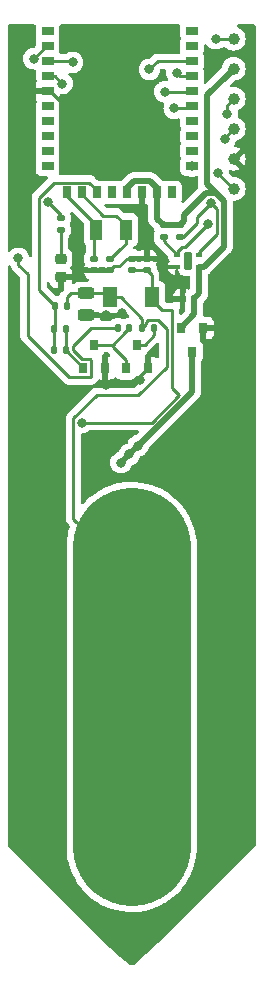
<source format=gbr>
G04 #@! TF.GenerationSoftware,KiCad,Pcbnew,(6.0.7)*
G04 #@! TF.CreationDate,2022-09-04T16:16:14-05:00*
G04 #@! TF.ProjectId,parasite-mini-test,70617261-7369-4746-952d-6d696e692d74,1.2.0*
G04 #@! TF.SameCoordinates,Original*
G04 #@! TF.FileFunction,Copper,L1,Top*
G04 #@! TF.FilePolarity,Positive*
%FSLAX46Y46*%
G04 Gerber Fmt 4.6, Leading zero omitted, Abs format (unit mm)*
G04 Created by KiCad (PCBNEW (6.0.7)) date 2022-09-04 16:16:14*
%MOMM*%
%LPD*%
G01*
G04 APERTURE LIST*
G04 Aperture macros list*
%AMRoundRect*
0 Rectangle with rounded corners*
0 $1 Rounding radius*
0 $2 $3 $4 $5 $6 $7 $8 $9 X,Y pos of 4 corners*
0 Add a 4 corners polygon primitive as box body*
4,1,4,$2,$3,$4,$5,$6,$7,$8,$9,$2,$3,0*
0 Add four circle primitives for the rounded corners*
1,1,$1+$1,$2,$3*
1,1,$1+$1,$4,$5*
1,1,$1+$1,$6,$7*
1,1,$1+$1,$8,$9*
0 Add four rect primitives between the rounded corners*
20,1,$1+$1,$2,$3,$4,$5,0*
20,1,$1+$1,$4,$5,$6,$7,0*
20,1,$1+$1,$6,$7,$8,$9,0*
20,1,$1+$1,$8,$9,$2,$3,0*%
G04 Aperture macros list end*
G04 #@! TA.AperFunction,SMDPad,CuDef*
%ADD10RoundRect,0.147500X0.172500X-0.147500X0.172500X0.147500X-0.172500X0.147500X-0.172500X-0.147500X0*%
G04 #@! TD*
G04 #@! TA.AperFunction,SMDPad,CuDef*
%ADD11RoundRect,0.147500X0.147500X0.172500X-0.147500X0.172500X-0.147500X-0.172500X0.147500X-0.172500X0*%
G04 #@! TD*
G04 #@! TA.AperFunction,SMDPad,CuDef*
%ADD12RoundRect,0.147500X-0.147500X-0.172500X0.147500X-0.172500X0.147500X0.172500X-0.147500X0.172500X0*%
G04 #@! TD*
G04 #@! TA.AperFunction,SMDPad,CuDef*
%ADD13R,0.800000X0.900000*%
G04 #@! TD*
G04 #@! TA.AperFunction,SMDPad,CuDef*
%ADD14C,1.000000*%
G04 #@! TD*
G04 #@! TA.AperFunction,SMDPad,CuDef*
%ADD15RoundRect,0.147500X-0.172500X0.147500X-0.172500X-0.147500X0.172500X-0.147500X0.172500X0.147500X0*%
G04 #@! TD*
G04 #@! TA.AperFunction,SMDPad,CuDef*
%ADD16R,1.000000X1.800000*%
G04 #@! TD*
G04 #@! TA.AperFunction,SMDPad,CuDef*
%ADD17RoundRect,0.218750X0.256250X-0.218750X0.256250X0.218750X-0.256250X0.218750X-0.256250X-0.218750X0*%
G04 #@! TD*
G04 #@! TA.AperFunction,SMDPad,CuDef*
%ADD18RoundRect,0.243750X0.456250X-0.243750X0.456250X0.243750X-0.456250X0.243750X-0.456250X-0.243750X0*%
G04 #@! TD*
G04 #@! TA.AperFunction,SMDPad,CuDef*
%ADD19RoundRect,0.087500X0.187500X0.087500X-0.187500X0.087500X-0.187500X-0.087500X0.187500X-0.087500X0*%
G04 #@! TD*
G04 #@! TA.AperFunction,SMDPad,CuDef*
%ADD20RoundRect,0.175000X0.175000X0.625000X-0.175000X0.625000X-0.175000X-0.625000X0.175000X-0.625000X0*%
G04 #@! TD*
G04 #@! TA.AperFunction,SMDPad,CuDef*
%ADD21R,1.300000X1.700000*%
G04 #@! TD*
G04 #@! TA.AperFunction,SMDPad,CuDef*
%ADD22R,1.000000X0.650000*%
G04 #@! TD*
G04 #@! TA.AperFunction,SMDPad,CuDef*
%ADD23R,0.650000X1.000000*%
G04 #@! TD*
G04 #@! TA.AperFunction,ViaPad*
%ADD24C,0.800000*%
G04 #@! TD*
G04 #@! TA.AperFunction,Conductor*
%ADD25C,0.250000*%
G04 #@! TD*
G04 #@! TA.AperFunction,Conductor*
%ADD26C,10.000000*%
G04 #@! TD*
G04 #@! TA.AperFunction,Conductor*
%ADD27C,0.500000*%
G04 #@! TD*
G04 APERTURE END LIST*
D10*
X68000000Y-51400000D03*
X68000000Y-50430000D03*
D11*
X62400000Y-56400000D03*
X61430000Y-56400000D03*
D10*
X69300000Y-51400000D03*
X69300000Y-50430000D03*
D12*
X68900000Y-56300000D03*
X69870000Y-56300000D03*
D11*
X62400000Y-58200000D03*
X61430000Y-58200000D03*
D13*
X63850000Y-59700000D03*
X65750000Y-59700000D03*
X64800000Y-57700000D03*
D12*
X66815000Y-56300000D03*
X67785000Y-56300000D03*
X61515000Y-54400000D03*
X62485000Y-54400000D03*
D14*
X76640000Y-36880000D03*
X76640000Y-39420000D03*
X76640000Y-44500000D03*
X76640000Y-41960000D03*
X76640000Y-34340000D03*
D15*
X62000000Y-47000000D03*
X62000000Y-47970000D03*
D11*
X73300000Y-53800000D03*
X72330000Y-53800000D03*
D13*
X74050000Y-56300000D03*
X72150000Y-56300000D03*
X73100000Y-58300000D03*
D16*
X65000000Y-48000000D03*
X67500000Y-48000000D03*
D17*
X62000000Y-52000000D03*
X62000000Y-50425000D03*
D10*
X66200000Y-51400000D03*
X66200000Y-50430000D03*
D15*
X64800000Y-50430000D03*
X64800000Y-51400000D03*
D18*
X64100000Y-55237500D03*
X64100000Y-53362500D03*
D10*
X70700000Y-48570000D03*
X70700000Y-47600000D03*
D15*
X72100000Y-47600000D03*
X72100000Y-48570000D03*
D13*
X67500000Y-59700000D03*
X69400000Y-59700000D03*
X68450000Y-57700000D03*
D19*
X73725000Y-51100000D03*
X73725000Y-50100000D03*
X71875000Y-50100000D03*
X71875000Y-51100000D03*
D20*
X72800000Y-50600000D03*
D21*
X69700000Y-53700000D03*
X66200000Y-53700000D03*
D14*
X76640000Y-31800000D03*
D22*
X60881000Y-31170000D03*
X60881000Y-32440000D03*
X60881000Y-33710000D03*
X60881000Y-34980000D03*
X60881000Y-36250000D03*
X60881000Y-37520000D03*
X60881000Y-38790000D03*
X60881000Y-40060000D03*
X60881000Y-41330000D03*
X60881000Y-42600000D03*
D23*
X62530000Y-44819000D03*
X63800000Y-44819000D03*
X65070000Y-44819000D03*
X66340000Y-44819000D03*
X67610000Y-44819000D03*
X68880000Y-44819000D03*
X70150000Y-44819000D03*
X71420000Y-44819000D03*
D22*
X73119000Y-42600000D03*
X73119000Y-41330000D03*
X73119000Y-40060000D03*
X73119000Y-38790000D03*
X73119000Y-37520000D03*
X73119000Y-36250000D03*
X73119000Y-34980000D03*
X73119000Y-33710000D03*
X73119000Y-32440000D03*
X73119000Y-31170000D03*
D24*
X65800000Y-61100000D03*
X69900000Y-37400000D03*
X74800000Y-54700000D03*
X67100000Y-38200000D03*
X67198744Y-55038241D03*
X62925065Y-31530239D03*
X63500000Y-51400000D03*
X68700000Y-60700000D03*
X59200000Y-43100000D03*
X69900000Y-38400000D03*
X59600000Y-37200000D03*
X65862500Y-55237500D03*
X71300000Y-52400000D03*
X63600000Y-41600000D03*
X64100000Y-55237500D03*
X72200000Y-52400000D03*
X59600000Y-35400000D03*
X63500000Y-50500000D03*
X59200000Y-42000000D03*
X63500000Y-38200000D03*
X59600000Y-36300000D03*
X63500000Y-49600000D03*
X59200000Y-44200000D03*
X63600000Y-42700000D03*
X65800000Y-38200000D03*
X64700000Y-38200000D03*
X74800000Y-53800000D03*
X68550000Y-66250000D03*
X67100000Y-67700000D03*
X67800000Y-67000000D03*
X75100000Y-31800000D03*
X63000000Y-33800000D03*
X63800000Y-64300000D03*
X60900000Y-45600000D03*
X62100000Y-35600000D03*
X58400000Y-50400000D03*
X59699999Y-33500000D03*
X71800000Y-34700000D03*
X76100000Y-38200000D03*
X69500000Y-34400000D03*
X75900000Y-40300000D03*
X69500000Y-34400000D03*
X75300000Y-43200000D03*
X73119000Y-42600000D03*
X71600000Y-37700000D03*
X74700000Y-45700000D03*
X74493886Y-47510431D03*
X70800000Y-36300000D03*
D25*
X60841000Y-40100000D02*
X60881000Y-40060000D01*
X60881000Y-38790000D02*
X61056000Y-38790000D01*
X60861000Y-38770000D02*
X60881000Y-38790000D01*
X60841000Y-38750000D02*
X60881000Y-38790000D01*
X60871000Y-38800000D02*
X60881000Y-38790000D01*
X60741000Y-40200000D02*
X60881000Y-40060000D01*
X65862500Y-55237500D02*
X66999485Y-55237500D01*
X62925065Y-31446536D02*
X62925065Y-31530239D01*
X60881000Y-36250000D02*
X61056000Y-36250000D01*
X64500000Y-38200000D02*
X65800000Y-38200000D01*
X68700000Y-60400000D02*
X69400000Y-59700000D01*
X66999485Y-55237500D02*
X67198744Y-55038241D01*
X66200000Y-51400000D02*
X66534168Y-51065832D01*
X67580000Y-50430000D02*
X68000000Y-50430000D01*
X64100000Y-55237500D02*
X65862500Y-55237500D01*
X66534168Y-51065832D02*
X66944168Y-51065832D01*
X68700000Y-60700000D02*
X68700000Y-60400000D01*
X65750000Y-61050000D02*
X65800000Y-61100000D01*
X66944168Y-51065832D02*
X67580000Y-50430000D01*
X63497000Y-38197000D02*
X63500000Y-38200000D01*
X65750000Y-59700000D02*
X65750000Y-61050000D01*
X61056000Y-36250000D02*
X63003000Y-38197000D01*
X63003000Y-38197000D02*
X63497000Y-38197000D01*
X68535002Y-62000000D02*
X70949990Y-59585012D01*
X68000000Y-74840000D02*
X65460000Y-74840000D01*
X66200000Y-53700000D02*
X67100000Y-53700000D01*
X67100000Y-53700000D02*
X68900000Y-55500000D01*
X62485000Y-54400000D02*
X62485000Y-53715000D01*
X70949990Y-59585012D02*
X70949990Y-56391758D01*
X65026998Y-62000000D02*
X68535002Y-62000000D01*
X64100000Y-53362500D02*
X65862500Y-53362500D01*
X65862500Y-53362500D02*
X66200000Y-53700000D01*
X63074999Y-72454999D02*
X63074999Y-63951999D01*
X70213222Y-55654990D02*
X69345010Y-55654990D01*
X68900000Y-55500000D02*
X68900000Y-55880000D01*
X69234168Y-55965832D02*
X68900000Y-56300000D01*
X62837500Y-53362500D02*
X64100000Y-53362500D01*
X63074999Y-63951999D02*
X65026998Y-62000000D01*
X69234168Y-55765832D02*
X69234168Y-55965832D01*
X69345010Y-55654990D02*
X69234168Y-55765832D01*
X65460000Y-74840000D02*
X63074999Y-72454999D01*
D26*
X68000000Y-74840000D02*
X68000000Y-100240000D01*
D25*
X70949990Y-56391758D02*
X70213222Y-55654990D01*
X62485000Y-53715000D02*
X62837500Y-53362500D01*
X68900000Y-55880000D02*
X68900000Y-56300000D01*
X61515000Y-54400000D02*
X61515000Y-56315000D01*
X64419999Y-43993999D02*
X61432999Y-43993999D01*
X60174999Y-53059999D02*
X61180832Y-54065832D01*
X61515000Y-56315000D02*
X61430000Y-56400000D01*
X65070000Y-44644000D02*
X64419999Y-43993999D01*
X60174999Y-45251999D02*
X60174999Y-53059999D01*
X61430000Y-56400000D02*
X61430000Y-58200000D01*
X61180832Y-54065832D02*
X61515000Y-54400000D01*
X65070000Y-44819000D02*
X65070000Y-44644000D01*
X61432999Y-43993999D02*
X60174999Y-45251999D01*
X63850000Y-59650000D02*
X62400000Y-58200000D01*
X63850000Y-59700000D02*
X63850000Y-59650000D01*
X62400000Y-58200000D02*
X62400000Y-56400000D01*
X69870000Y-56930000D02*
X69870000Y-56720000D01*
X68450000Y-57700000D02*
X69100000Y-57700000D01*
X69100000Y-57700000D02*
X69870000Y-56930000D01*
X69870000Y-56720000D02*
X69870000Y-56300000D01*
X67500000Y-59700000D02*
X67500000Y-59000000D01*
X67500000Y-59000000D02*
X66403232Y-57903232D01*
X67450832Y-56652400D02*
X67450832Y-56634168D01*
X66403232Y-57700000D02*
X67450832Y-56652400D01*
X67450832Y-56634168D02*
X67785000Y-56300000D01*
X64800000Y-57700000D02*
X66403232Y-57700000D01*
X66403232Y-57903232D02*
X66403232Y-57700000D01*
D27*
X67800000Y-67000000D02*
X67100000Y-67700000D01*
X68550000Y-66250000D02*
X67800000Y-67000000D01*
X73100000Y-58300000D02*
X73100000Y-61700000D01*
X73100000Y-61700000D02*
X68550000Y-66250000D01*
D25*
X62910000Y-33710000D02*
X63000000Y-33800000D01*
X60881000Y-33710000D02*
X62910000Y-33710000D01*
X75100000Y-31800000D02*
X76640000Y-31800000D01*
X69700000Y-53700000D02*
X69700000Y-51800000D01*
X69686814Y-64300000D02*
X72000000Y-61986814D01*
X71400000Y-54800000D02*
X70600000Y-54800000D01*
X69700000Y-53900000D02*
X69700000Y-53700000D01*
X70600000Y-54800000D02*
X69700000Y-53900000D01*
X71400000Y-61386814D02*
X71400000Y-54800000D01*
X72000000Y-61986814D02*
X71400000Y-61386814D01*
X63800000Y-64300000D02*
X69686814Y-64300000D01*
X68000000Y-51400000D02*
X69300000Y-51400000D01*
X69700000Y-51800000D02*
X69300000Y-51400000D01*
X62000000Y-47970000D02*
X62000000Y-50425000D01*
D27*
X74291999Y-44849999D02*
X75108001Y-44849999D01*
X75793897Y-45535895D02*
X75793897Y-49406103D01*
X68194999Y-43868999D02*
X67610000Y-44453998D01*
X75108001Y-44849999D02*
X74400000Y-44141998D01*
X76140001Y-34839999D02*
X76640000Y-34340000D01*
X72100000Y-47600000D02*
X72434168Y-47265832D01*
X73725000Y-51100000D02*
X73725000Y-53375000D01*
X74100000Y-51100000D02*
X73725000Y-51100000D01*
X67610000Y-44453998D02*
X67610000Y-44819000D01*
X70150000Y-44819000D02*
X70150000Y-44453998D01*
X72150000Y-56300000D02*
X73300000Y-55150000D01*
X70150000Y-44453998D02*
X69565001Y-43868999D01*
X72434168Y-47265832D02*
X72434168Y-46707830D01*
X73725000Y-53375000D02*
X73300000Y-53800000D01*
X74400000Y-36580000D02*
X76140001Y-34839999D01*
X69565001Y-43868999D02*
X68194999Y-43868999D01*
X72434168Y-46707830D02*
X74291999Y-44849999D01*
X73300000Y-55150000D02*
X73300000Y-53800000D01*
X70700000Y-47600000D02*
X72100000Y-47600000D01*
X70150000Y-44819000D02*
X70150000Y-47050000D01*
X74400000Y-44141998D02*
X74400000Y-36580000D01*
X75793897Y-49406103D02*
X74100000Y-51100000D01*
X75108001Y-44849999D02*
X75793897Y-45535895D01*
X70150000Y-47050000D02*
X70700000Y-47600000D01*
D25*
X62000000Y-47000000D02*
X62000000Y-46700000D01*
X61480000Y-34980000D02*
X62100000Y-35600000D01*
X60881000Y-34980000D02*
X61480000Y-34980000D01*
X62000000Y-46700000D02*
X60900000Y-45600000D01*
X64575001Y-60410001D02*
X64575001Y-58989999D01*
X63020010Y-57831778D02*
X64551788Y-56300000D01*
X63020010Y-58183600D02*
X63020010Y-57831778D01*
X64575001Y-58989999D02*
X64510001Y-58924999D01*
X64510001Y-60475001D02*
X64575001Y-60410001D01*
X59200000Y-56958232D02*
X62716769Y-60475001D01*
X64551788Y-56300000D02*
X66420000Y-56300000D01*
X58400000Y-50400000D02*
X58400000Y-50965685D01*
X58400000Y-50965685D02*
X59200000Y-51765685D01*
X59200000Y-51765685D02*
X59200000Y-56958232D01*
X66420000Y-56300000D02*
X66815000Y-56300000D01*
X60881000Y-32440000D02*
X60759999Y-32440000D01*
X62716769Y-60475001D02*
X64510001Y-60475001D01*
X63761409Y-58924999D02*
X63020010Y-58183600D01*
X60759999Y-32440000D02*
X59699999Y-33500000D01*
X64510001Y-58924999D02*
X63761409Y-58924999D01*
X76100000Y-38200000D02*
X76100000Y-37420000D01*
X73119000Y-34980000D02*
X72080000Y-34980000D01*
X72080000Y-34980000D02*
X71800000Y-34700000D01*
X76100000Y-37420000D02*
X76640000Y-36880000D01*
X73119000Y-33710000D02*
X70190000Y-33710000D01*
X70190000Y-33710000D02*
X69500000Y-34400000D01*
X75900000Y-40160000D02*
X76640000Y-39420000D01*
X75900000Y-40300000D02*
X75900000Y-40160000D01*
X76640000Y-44500000D02*
X76600000Y-44500000D01*
X76600000Y-44500000D02*
X75300000Y-43200000D01*
X72330000Y-48570000D02*
X73500000Y-47400000D01*
X71600000Y-37700000D02*
X72939000Y-37700000D01*
X73725000Y-49825000D02*
X75218887Y-48331113D01*
X73725000Y-50100000D02*
X73725000Y-49825000D01*
X75218887Y-48331113D02*
X75218887Y-46218887D01*
X75099999Y-46099999D02*
X74700000Y-45700000D01*
X73500000Y-46900000D02*
X74700000Y-45700000D01*
X72939000Y-37700000D02*
X73119000Y-37520000D01*
X75218887Y-46218887D02*
X75099999Y-46099999D01*
X72100000Y-48570000D02*
X72330000Y-48570000D01*
X73500000Y-47400000D02*
X73500000Y-46900000D01*
X70700000Y-48925000D02*
X71875000Y-50100000D01*
X73069000Y-36300000D02*
X73119000Y-36250000D01*
X70800000Y-36300000D02*
X73069000Y-36300000D01*
X71875000Y-49825000D02*
X72225010Y-49474990D01*
X72225010Y-49474990D02*
X72529327Y-49474990D01*
X70700000Y-48570000D02*
X70700000Y-48925000D01*
X72529327Y-49474990D02*
X74493886Y-47510431D01*
X71875000Y-50100000D02*
X71875000Y-49825000D01*
X62530000Y-44819000D02*
X62530000Y-45130000D01*
X64800000Y-50430000D02*
X64800000Y-48200000D01*
X62530000Y-45130000D02*
X65000000Y-47600000D01*
X65000000Y-47600000D02*
X65000000Y-48000000D01*
X64800000Y-48200000D02*
X65000000Y-48000000D01*
X63800000Y-44994000D02*
X65580999Y-46774999D01*
X63800000Y-44819000D02*
X63800000Y-44994000D01*
X67500000Y-47600000D02*
X67500000Y-48000000D01*
X66200000Y-50430000D02*
X67000000Y-49630000D01*
X65580999Y-46774999D02*
X66674999Y-46774999D01*
X66674999Y-46774999D02*
X67500000Y-47600000D01*
X67000000Y-49630000D02*
X67020000Y-49630000D01*
X67020000Y-49630000D02*
X67500000Y-49150000D01*
X67500000Y-49150000D02*
X67500000Y-48000000D01*
G04 #@! TA.AperFunction,Conductor*
G36*
X78433621Y-30620002D02*
G01*
X78480114Y-30673658D01*
X78491500Y-30726000D01*
X78491500Y-100057184D01*
X78471498Y-100125305D01*
X78454595Y-100146279D01*
X70243831Y-108357041D01*
X70239559Y-108361118D01*
X68248509Y-110173758D01*
X68200262Y-110201160D01*
X68188569Y-110204707D01*
X68164347Y-110209525D01*
X68108787Y-110214997D01*
X68012346Y-110224496D01*
X67987654Y-110224496D01*
X67891213Y-110214997D01*
X67835653Y-110209525D01*
X67811428Y-110204706D01*
X67791652Y-110198707D01*
X67744395Y-110172197D01*
X67017530Y-109524395D01*
X66155950Y-108756531D01*
X66150716Y-108751588D01*
X57545405Y-100146279D01*
X57511379Y-100083967D01*
X57508500Y-100057184D01*
X57508500Y-51095861D01*
X57528502Y-51027740D01*
X57582158Y-50981247D01*
X57652432Y-50971143D01*
X57717012Y-51000637D01*
X57728131Y-51011545D01*
X57746468Y-51031910D01*
X57773827Y-51081063D01*
X57774977Y-51085021D01*
X57778987Y-51104385D01*
X57781526Y-51124482D01*
X57784445Y-51131853D01*
X57784445Y-51131855D01*
X57797804Y-51165597D01*
X57801649Y-51176827D01*
X57804388Y-51186254D01*
X57813982Y-51219278D01*
X57818015Y-51226097D01*
X57818017Y-51226102D01*
X57824293Y-51236713D01*
X57832988Y-51254461D01*
X57840448Y-51273302D01*
X57845110Y-51279718D01*
X57845110Y-51279719D01*
X57866436Y-51309072D01*
X57872952Y-51318992D01*
X57881823Y-51333991D01*
X57895458Y-51357047D01*
X57909779Y-51371368D01*
X57922619Y-51386401D01*
X57934528Y-51402792D01*
X57940633Y-51407843D01*
X57940638Y-51407848D01*
X57968604Y-51430984D01*
X57977382Y-51438972D01*
X58529595Y-51991185D01*
X58563621Y-52053497D01*
X58566500Y-52080280D01*
X58566500Y-56879465D01*
X58565973Y-56890648D01*
X58564298Y-56898141D01*
X58564547Y-56906067D01*
X58564547Y-56906068D01*
X58566438Y-56966218D01*
X58566500Y-56970177D01*
X58566500Y-56998088D01*
X58566997Y-57002022D01*
X58566997Y-57002023D01*
X58567005Y-57002088D01*
X58567938Y-57013925D01*
X58569327Y-57058121D01*
X58574978Y-57077571D01*
X58578987Y-57096932D01*
X58581526Y-57117029D01*
X58584445Y-57124400D01*
X58584445Y-57124402D01*
X58597804Y-57158144D01*
X58601649Y-57169374D01*
X58613982Y-57211825D01*
X58618015Y-57218644D01*
X58618017Y-57218649D01*
X58624293Y-57229260D01*
X58632988Y-57247008D01*
X58640448Y-57265849D01*
X58645110Y-57272265D01*
X58645110Y-57272266D01*
X58666436Y-57301619D01*
X58672952Y-57311539D01*
X58695458Y-57349594D01*
X58709779Y-57363915D01*
X58722619Y-57378948D01*
X58734528Y-57395339D01*
X58740634Y-57400390D01*
X58768605Y-57423530D01*
X58777384Y-57431520D01*
X62213112Y-60867248D01*
X62220656Y-60875538D01*
X62224769Y-60882019D01*
X62230546Y-60887444D01*
X62274436Y-60928659D01*
X62277278Y-60931414D01*
X62296999Y-60951135D01*
X62300194Y-60953613D01*
X62309216Y-60961319D01*
X62341448Y-60991587D01*
X62348397Y-60995407D01*
X62359201Y-61001347D01*
X62375725Y-61012200D01*
X62391728Y-61024614D01*
X62432312Y-61042177D01*
X62442942Y-61047384D01*
X62481709Y-61068696D01*
X62489386Y-61070667D01*
X62489391Y-61070669D01*
X62501327Y-61073733D01*
X62520035Y-61080138D01*
X62538624Y-61088182D01*
X62546449Y-61089421D01*
X62546451Y-61089422D01*
X62582288Y-61095098D01*
X62593909Y-61097505D01*
X62625728Y-61105674D01*
X62636739Y-61108501D01*
X62657000Y-61108501D01*
X62676709Y-61110052D01*
X62696712Y-61113220D01*
X62704604Y-61112474D01*
X62709831Y-61111980D01*
X62740723Y-61109060D01*
X62752580Y-61108501D01*
X64431234Y-61108501D01*
X64442417Y-61109028D01*
X64449910Y-61110703D01*
X64457836Y-61110454D01*
X64457837Y-61110454D01*
X64517987Y-61108563D01*
X64521946Y-61108501D01*
X64549857Y-61108501D01*
X64553792Y-61108004D01*
X64553857Y-61107996D01*
X64565694Y-61107063D01*
X64597952Y-61106049D01*
X64601971Y-61105923D01*
X64609890Y-61105674D01*
X64629344Y-61100022D01*
X64648701Y-61096014D01*
X64660931Y-61094469D01*
X64660932Y-61094469D01*
X64668798Y-61093475D01*
X64676169Y-61090556D01*
X64676171Y-61090556D01*
X64709913Y-61077197D01*
X64721143Y-61073352D01*
X64755984Y-61063230D01*
X64755985Y-61063230D01*
X64763594Y-61061019D01*
X64770413Y-61056986D01*
X64770418Y-61056984D01*
X64781029Y-61050708D01*
X64798777Y-61042013D01*
X64817618Y-61034553D01*
X64837988Y-61019754D01*
X64853388Y-61008565D01*
X64863308Y-61002049D01*
X64894536Y-60983581D01*
X64894539Y-60983579D01*
X64901363Y-60979543D01*
X64915687Y-60965219D01*
X64930714Y-60952384D01*
X64947108Y-60940473D01*
X64954603Y-60931414D01*
X64968035Y-60915177D01*
X64979805Y-60903406D01*
X64982019Y-60902001D01*
X65028647Y-60852347D01*
X65031401Y-60849506D01*
X65051136Y-60829771D01*
X65053616Y-60826574D01*
X65061321Y-60817552D01*
X65086160Y-60791101D01*
X65091587Y-60785322D01*
X65095406Y-60778376D01*
X65095408Y-60778373D01*
X65101349Y-60767567D01*
X65112200Y-60751048D01*
X65119759Y-60741302D01*
X65124615Y-60735042D01*
X65127762Y-60727771D01*
X65131799Y-60720944D01*
X65133047Y-60721682D01*
X65172939Y-60673742D01*
X65240647Y-60652384D01*
X65256770Y-60653096D01*
X65298514Y-60657631D01*
X65305328Y-60658000D01*
X65477885Y-60658000D01*
X65493124Y-60653525D01*
X65494329Y-60652135D01*
X65496000Y-60644452D01*
X65496000Y-58760116D01*
X65488528Y-58734669D01*
X65461181Y-58692115D01*
X65461181Y-58621118D01*
X65499566Y-58561393D01*
X65506512Y-58555792D01*
X65556081Y-58518642D01*
X65563261Y-58513261D01*
X65650615Y-58396705D01*
X65650861Y-58396049D01*
X65698175Y-58348843D01*
X65758433Y-58333500D01*
X65884129Y-58333500D01*
X65952250Y-58353502D01*
X65964443Y-58362414D01*
X65971835Y-58368529D01*
X65980616Y-58376520D01*
X66131001Y-58526905D01*
X66165027Y-58589217D01*
X66159962Y-58660032D01*
X66117415Y-58716868D01*
X66050895Y-58741679D01*
X66041906Y-58742000D01*
X66022115Y-58742000D01*
X66006876Y-58746475D01*
X66005671Y-58747865D01*
X66004000Y-58755548D01*
X66004000Y-60639884D01*
X66008475Y-60655123D01*
X66009865Y-60656328D01*
X66017548Y-60657999D01*
X66194669Y-60657999D01*
X66201490Y-60657629D01*
X66252352Y-60652105D01*
X66267604Y-60648479D01*
X66388054Y-60603324D01*
X66403649Y-60594786D01*
X66505724Y-60518285D01*
X66518283Y-60505726D01*
X66523862Y-60498282D01*
X66580722Y-60455768D01*
X66651541Y-60450743D01*
X66713834Y-60484803D01*
X66725515Y-60498285D01*
X66731092Y-60505726D01*
X66736739Y-60513261D01*
X66853295Y-60600615D01*
X66989684Y-60651745D01*
X67051866Y-60658500D01*
X67948134Y-60658500D01*
X68010316Y-60651745D01*
X68146705Y-60600615D01*
X68263261Y-60513261D01*
X68349487Y-60398210D01*
X68406347Y-60355696D01*
X68477165Y-60350671D01*
X68539458Y-60384730D01*
X68551139Y-60398211D01*
X68631715Y-60505724D01*
X68644276Y-60518285D01*
X68746351Y-60594786D01*
X68761943Y-60603323D01*
X68777862Y-60609290D01*
X68834627Y-60651931D01*
X68859328Y-60718492D01*
X68844122Y-60787841D01*
X68822729Y-60816368D01*
X68309502Y-61329595D01*
X68247190Y-61363621D01*
X68220407Y-61366500D01*
X65105761Y-61366500D01*
X65094577Y-61365973D01*
X65087089Y-61364299D01*
X65079166Y-61364548D01*
X65019031Y-61366438D01*
X65015073Y-61366500D01*
X64987142Y-61366500D01*
X64983227Y-61366995D01*
X64983223Y-61366995D01*
X64983165Y-61367003D01*
X64983136Y-61367006D01*
X64971294Y-61367939D01*
X64927108Y-61369327D01*
X64909742Y-61374372D01*
X64907656Y-61374978D01*
X64888304Y-61378986D01*
X64876066Y-61380532D01*
X64876064Y-61380533D01*
X64868201Y-61381526D01*
X64827084Y-61397806D01*
X64815883Y-61401641D01*
X64773404Y-61413982D01*
X64766585Y-61418015D01*
X64766580Y-61418017D01*
X64755969Y-61424293D01*
X64738219Y-61432990D01*
X64719381Y-61440448D01*
X64712965Y-61445109D01*
X64712964Y-61445110D01*
X64683623Y-61466428D01*
X64673699Y-61472947D01*
X64642458Y-61491422D01*
X64642453Y-61491426D01*
X64635635Y-61495458D01*
X64621311Y-61509782D01*
X64606279Y-61522621D01*
X64589891Y-61534528D01*
X64574623Y-61552984D01*
X64561710Y-61568593D01*
X64553720Y-61577373D01*
X62682746Y-63448347D01*
X62674460Y-63455887D01*
X62667981Y-63459999D01*
X62662556Y-63465776D01*
X62621356Y-63509650D01*
X62618601Y-63512492D01*
X62598864Y-63532229D01*
X62596384Y-63535426D01*
X62588681Y-63544446D01*
X62558413Y-63576678D01*
X62554594Y-63583624D01*
X62554592Y-63583627D01*
X62548651Y-63594433D01*
X62537800Y-63610952D01*
X62525385Y-63626958D01*
X62522240Y-63634227D01*
X62522237Y-63634231D01*
X62507825Y-63667536D01*
X62502608Y-63678186D01*
X62481304Y-63716939D01*
X62479333Y-63724614D01*
X62479333Y-63724615D01*
X62476266Y-63736561D01*
X62469862Y-63755265D01*
X62461818Y-63773854D01*
X62460579Y-63781677D01*
X62460576Y-63781687D01*
X62454900Y-63817523D01*
X62452494Y-63829143D01*
X62441499Y-63871969D01*
X62441499Y-63892223D01*
X62439948Y-63911933D01*
X62436779Y-63931942D01*
X62437525Y-63939834D01*
X62440940Y-63975960D01*
X62441499Y-63987818D01*
X62441499Y-72376232D01*
X62440972Y-72387415D01*
X62439297Y-72394908D01*
X62439546Y-72402834D01*
X62439546Y-72402835D01*
X62441437Y-72462985D01*
X62441499Y-72466944D01*
X62441499Y-72494855D01*
X62441996Y-72498789D01*
X62441996Y-72498790D01*
X62442004Y-72498855D01*
X62442937Y-72510692D01*
X62444326Y-72554888D01*
X62449977Y-72574338D01*
X62453986Y-72593699D01*
X62456525Y-72613796D01*
X62459444Y-72621167D01*
X62459444Y-72621169D01*
X62472803Y-72654911D01*
X62476648Y-72666141D01*
X62488981Y-72708592D01*
X62493014Y-72715411D01*
X62493016Y-72715416D01*
X62499292Y-72726027D01*
X62507987Y-72743775D01*
X62515447Y-72762616D01*
X62520109Y-72769032D01*
X62520109Y-72769033D01*
X62541435Y-72798386D01*
X62547951Y-72808306D01*
X62570457Y-72846361D01*
X62584778Y-72860682D01*
X62597618Y-72875715D01*
X62609527Y-72892106D01*
X62615633Y-72897157D01*
X62643604Y-72920297D01*
X62652383Y-72928287D01*
X62730192Y-73006096D01*
X62764218Y-73068408D01*
X62760088Y-73136627D01*
X62721850Y-73246432D01*
X62607015Y-73693686D01*
X62606573Y-73696301D01*
X62606571Y-73696309D01*
X62568647Y-73920526D01*
X62530007Y-74148979D01*
X62491500Y-74607548D01*
X62491500Y-100358530D01*
X62499994Y-100561182D01*
X62504470Y-100667966D01*
X62505869Y-100701355D01*
X62563742Y-101159474D01*
X62564289Y-101162047D01*
X62611959Y-101386314D01*
X62659748Y-101611144D01*
X62793211Y-102053196D01*
X62963196Y-102482529D01*
X63168511Y-102896133D01*
X63407715Y-103291107D01*
X63679131Y-103664678D01*
X63980855Y-104014229D01*
X64310770Y-104337305D01*
X64666562Y-104631642D01*
X65045736Y-104895175D01*
X65445632Y-105126055D01*
X65863445Y-105322663D01*
X65865912Y-105323580D01*
X65865918Y-105323583D01*
X66020143Y-105380938D01*
X66296245Y-105483620D01*
X66298768Y-105484324D01*
X66298779Y-105484328D01*
X66738458Y-105607088D01*
X66738466Y-105607090D01*
X66740995Y-105607796D01*
X67194576Y-105694321D01*
X67653806Y-105742588D01*
X67936807Y-105748516D01*
X68112826Y-105752204D01*
X68112833Y-105752204D01*
X68115465Y-105752259D01*
X68576314Y-105723265D01*
X68578932Y-105722878D01*
X68578936Y-105722878D01*
X69030501Y-105656196D01*
X69030504Y-105656196D01*
X69033121Y-105655809D01*
X69035693Y-105655206D01*
X69035697Y-105655205D01*
X69161498Y-105625699D01*
X69482681Y-105550366D01*
X69485192Y-105549550D01*
X69485196Y-105549549D01*
X69919330Y-105408490D01*
X69919333Y-105408489D01*
X69921841Y-105407674D01*
X70347520Y-105228735D01*
X70349853Y-105227515D01*
X70349858Y-105227513D01*
X70754401Y-105016023D01*
X70754407Y-105016019D01*
X70756734Y-105014803D01*
X70822462Y-104973091D01*
X71144374Y-104768800D01*
X71144380Y-104768796D01*
X71146611Y-104767380D01*
X71514417Y-104488200D01*
X71857571Y-104179222D01*
X72173668Y-103842614D01*
X72460489Y-103480735D01*
X72585061Y-103293239D01*
X72714567Y-103098317D01*
X72714571Y-103098311D01*
X72716023Y-103096125D01*
X72938478Y-102691482D01*
X73126293Y-102269643D01*
X73278150Y-101833568D01*
X73392985Y-101386314D01*
X73430918Y-101162047D01*
X73469551Y-100933634D01*
X73469993Y-100931021D01*
X73501049Y-100561182D01*
X73508280Y-100475075D01*
X73508280Y-100475069D01*
X73508500Y-100472452D01*
X73508500Y-74721470D01*
X73494131Y-74378645D01*
X73436258Y-73920526D01*
X73388599Y-73696309D01*
X73340798Y-73471423D01*
X73340796Y-73471415D01*
X73340252Y-73468856D01*
X73206789Y-73026804D01*
X73036804Y-72597471D01*
X72831489Y-72183867D01*
X72592285Y-71788893D01*
X72320869Y-71415322D01*
X72019145Y-71065771D01*
X71997553Y-71044626D01*
X71691120Y-70744546D01*
X71689230Y-70742695D01*
X71333438Y-70448358D01*
X70954264Y-70184825D01*
X70554368Y-69953945D01*
X70136555Y-69757337D01*
X70134088Y-69756420D01*
X70134082Y-69756417D01*
X69905773Y-69671510D01*
X69703755Y-69596380D01*
X69701232Y-69595676D01*
X69701221Y-69595672D01*
X69261542Y-69472912D01*
X69261534Y-69472910D01*
X69259005Y-69472204D01*
X68805424Y-69385679D01*
X68346194Y-69337412D01*
X68063193Y-69331484D01*
X67887174Y-69327796D01*
X67887167Y-69327796D01*
X67884535Y-69327741D01*
X67423686Y-69356735D01*
X67421068Y-69357122D01*
X67421064Y-69357122D01*
X66969499Y-69423804D01*
X66969496Y-69423804D01*
X66966879Y-69424191D01*
X66964307Y-69424794D01*
X66964303Y-69424795D01*
X66838502Y-69454301D01*
X66517319Y-69529634D01*
X66514808Y-69530450D01*
X66514804Y-69530451D01*
X66314075Y-69595672D01*
X66078159Y-69672326D01*
X65652480Y-69851265D01*
X65650147Y-69852485D01*
X65650142Y-69852487D01*
X65245599Y-70063977D01*
X65245593Y-70063981D01*
X65243266Y-70065197D01*
X65241038Y-70066611D01*
X64855626Y-70311200D01*
X64855620Y-70311204D01*
X64853389Y-70312620D01*
X64485583Y-70591800D01*
X64142429Y-70900778D01*
X64140626Y-70902698D01*
X64140625Y-70902699D01*
X63926349Y-71130879D01*
X63865136Y-71166845D01*
X63794196Y-71164006D01*
X63736052Y-71123266D01*
X63709164Y-71057558D01*
X63708499Y-71044626D01*
X63708499Y-65334500D01*
X63728501Y-65266379D01*
X63782157Y-65219886D01*
X63834499Y-65208500D01*
X63895487Y-65208500D01*
X63901939Y-65207128D01*
X63901944Y-65207128D01*
X63988888Y-65188647D01*
X64082288Y-65168794D01*
X64142442Y-65142012D01*
X64250722Y-65093803D01*
X64250724Y-65093802D01*
X64256752Y-65091118D01*
X64411253Y-64978866D01*
X64415668Y-64973963D01*
X64420580Y-64969540D01*
X64421705Y-64970789D01*
X64475014Y-64937949D01*
X64508200Y-64933500D01*
X68489629Y-64933500D01*
X68557750Y-64953502D01*
X68604243Y-65007158D01*
X68614347Y-65077432D01*
X68584853Y-65142012D01*
X68578724Y-65148595D01*
X68393669Y-65333650D01*
X68330772Y-65367801D01*
X68274176Y-65379831D01*
X68274167Y-65379834D01*
X68267712Y-65381206D01*
X68261682Y-65383891D01*
X68261681Y-65383891D01*
X68099278Y-65456197D01*
X68099276Y-65456198D01*
X68093248Y-65458882D01*
X67938747Y-65571134D01*
X67810960Y-65713056D01*
X67715473Y-65878444D01*
X67713431Y-65884729D01*
X67664404Y-66035618D01*
X67624331Y-66094224D01*
X67570768Y-66119929D01*
X67552539Y-66123803D01*
X67524170Y-66129833D01*
X67524167Y-66129834D01*
X67517712Y-66131206D01*
X67511682Y-66133891D01*
X67511681Y-66133891D01*
X67349278Y-66206197D01*
X67349276Y-66206198D01*
X67343248Y-66208882D01*
X67188747Y-66321134D01*
X67184326Y-66326044D01*
X67184325Y-66326045D01*
X67081785Y-66439928D01*
X67060960Y-66463056D01*
X66965473Y-66628444D01*
X66963431Y-66634729D01*
X66928146Y-66743324D01*
X66888072Y-66801930D01*
X66834513Y-66827634D01*
X66824174Y-66829832D01*
X66824170Y-66829833D01*
X66817712Y-66831206D01*
X66811682Y-66833891D01*
X66811681Y-66833891D01*
X66649278Y-66906197D01*
X66649276Y-66906198D01*
X66643248Y-66908882D01*
X66488747Y-67021134D01*
X66484326Y-67026044D01*
X66484325Y-67026045D01*
X66400814Y-67118794D01*
X66360960Y-67163056D01*
X66265473Y-67328444D01*
X66206458Y-67510072D01*
X66205768Y-67516633D01*
X66205768Y-67516635D01*
X66203118Y-67541852D01*
X66186496Y-67700000D01*
X66187186Y-67706565D01*
X66203955Y-67866109D01*
X66206458Y-67889928D01*
X66265473Y-68071556D01*
X66360960Y-68236944D01*
X66488747Y-68378866D01*
X66643248Y-68491118D01*
X66649276Y-68493802D01*
X66649278Y-68493803D01*
X66811681Y-68566109D01*
X66817712Y-68568794D01*
X66911112Y-68588647D01*
X66998056Y-68607128D01*
X66998061Y-68607128D01*
X67004513Y-68608500D01*
X67195487Y-68608500D01*
X67201939Y-68607128D01*
X67201944Y-68607128D01*
X67288888Y-68588647D01*
X67382288Y-68568794D01*
X67388319Y-68566109D01*
X67550722Y-68493803D01*
X67550724Y-68493802D01*
X67556752Y-68491118D01*
X67711253Y-68378866D01*
X67839040Y-68236944D01*
X67934527Y-68071556D01*
X67971854Y-67956676D01*
X68011928Y-67898070D01*
X68065487Y-67872366D01*
X68075826Y-67870168D01*
X68075830Y-67870167D01*
X68082288Y-67868794D01*
X68088319Y-67866109D01*
X68250722Y-67793803D01*
X68250724Y-67793802D01*
X68256752Y-67791118D01*
X68411253Y-67678866D01*
X68539040Y-67536944D01*
X68634527Y-67371556D01*
X68685597Y-67214381D01*
X68725669Y-67155776D01*
X68779232Y-67130071D01*
X68797461Y-67126197D01*
X68825830Y-67120167D01*
X68825833Y-67120166D01*
X68832288Y-67118794D01*
X68838319Y-67116109D01*
X69000722Y-67043803D01*
X69000724Y-67043802D01*
X69006752Y-67041118D01*
X69161253Y-66928866D01*
X69246769Y-66833891D01*
X69284621Y-66791852D01*
X69284622Y-66791851D01*
X69289040Y-66786944D01*
X69384527Y-66621556D01*
X69439387Y-66452714D01*
X69470125Y-66402556D01*
X73588911Y-62283770D01*
X73603323Y-62271384D01*
X73614918Y-62262851D01*
X73614923Y-62262846D01*
X73620818Y-62258508D01*
X73625557Y-62252930D01*
X73625560Y-62252927D01*
X73655035Y-62218232D01*
X73661965Y-62210716D01*
X73667661Y-62205020D01*
X73669924Y-62202159D01*
X73669929Y-62202154D01*
X73685293Y-62182734D01*
X73688082Y-62179333D01*
X73689743Y-62177378D01*
X73735333Y-62123715D01*
X73738659Y-62117202D01*
X73742020Y-62112163D01*
X73745196Y-62107021D01*
X73749734Y-62101284D01*
X73780655Y-62035125D01*
X73782561Y-62031225D01*
X73782755Y-62030846D01*
X73815769Y-61966192D01*
X73817508Y-61959083D01*
X73819604Y-61953449D01*
X73821523Y-61947679D01*
X73824622Y-61941050D01*
X73839491Y-61869565D01*
X73840461Y-61865282D01*
X73857808Y-61794390D01*
X73858500Y-61783236D01*
X73858535Y-61783238D01*
X73858775Y-61779255D01*
X73859150Y-61775050D01*
X73860641Y-61767885D01*
X73858546Y-61690458D01*
X73858500Y-61687050D01*
X73858500Y-59161589D01*
X73878502Y-59093468D01*
X73883674Y-59086024D01*
X73914941Y-59044304D01*
X73950615Y-58996705D01*
X74001745Y-58860316D01*
X74008500Y-58798134D01*
X74008500Y-57801866D01*
X74001745Y-57739684D01*
X73950615Y-57603295D01*
X73863261Y-57486739D01*
X73806456Y-57444166D01*
X73763941Y-57387307D01*
X73758915Y-57316488D01*
X73786797Y-57260827D01*
X73794329Y-57252135D01*
X73796000Y-57244452D01*
X73796000Y-57239884D01*
X74304000Y-57239884D01*
X74308475Y-57255123D01*
X74309865Y-57256328D01*
X74317548Y-57257999D01*
X74494669Y-57257999D01*
X74501490Y-57257629D01*
X74552352Y-57252105D01*
X74567604Y-57248479D01*
X74688054Y-57203324D01*
X74703649Y-57194786D01*
X74805724Y-57118285D01*
X74818285Y-57105724D01*
X74894786Y-57003649D01*
X74903324Y-56988054D01*
X74948478Y-56867606D01*
X74952105Y-56852351D01*
X74957631Y-56801486D01*
X74958000Y-56794672D01*
X74958000Y-56572115D01*
X74953525Y-56556876D01*
X74952135Y-56555671D01*
X74944452Y-56554000D01*
X74322115Y-56554000D01*
X74306876Y-56558475D01*
X74305671Y-56559865D01*
X74304000Y-56567548D01*
X74304000Y-57239884D01*
X73796000Y-57239884D01*
X73796000Y-56172000D01*
X73816002Y-56103879D01*
X73869658Y-56057386D01*
X73922000Y-56046000D01*
X74939884Y-56046000D01*
X74955123Y-56041525D01*
X74956328Y-56040135D01*
X74957999Y-56032452D01*
X74957999Y-55805331D01*
X74957629Y-55798510D01*
X74952105Y-55747648D01*
X74948479Y-55732396D01*
X74903324Y-55611946D01*
X74894786Y-55596351D01*
X74818285Y-55494276D01*
X74805724Y-55481715D01*
X74703649Y-55405214D01*
X74688054Y-55396676D01*
X74567606Y-55351522D01*
X74552351Y-55347895D01*
X74501486Y-55342369D01*
X74494673Y-55342000D01*
X74186459Y-55342001D01*
X74118339Y-55321999D01*
X74071846Y-55268344D01*
X74063188Y-55217816D01*
X74060641Y-55217885D01*
X74058546Y-55140458D01*
X74058500Y-55137050D01*
X74058500Y-54238686D01*
X74063503Y-54203533D01*
X74064589Y-54199797D01*
X74093116Y-54101605D01*
X74125018Y-54047663D01*
X74213911Y-53958770D01*
X74228323Y-53946384D01*
X74239918Y-53937851D01*
X74239923Y-53937846D01*
X74245818Y-53933508D01*
X74250557Y-53927930D01*
X74250560Y-53927927D01*
X74280035Y-53893232D01*
X74286965Y-53885716D01*
X74292661Y-53880020D01*
X74294924Y-53877159D01*
X74294929Y-53877154D01*
X74310293Y-53857734D01*
X74313082Y-53854333D01*
X74339387Y-53823370D01*
X74360333Y-53798715D01*
X74363659Y-53792202D01*
X74367020Y-53787163D01*
X74370196Y-53782021D01*
X74374734Y-53776284D01*
X74405655Y-53710125D01*
X74407561Y-53706225D01*
X74440769Y-53641192D01*
X74442508Y-53634083D01*
X74444604Y-53628449D01*
X74446523Y-53622679D01*
X74449622Y-53616050D01*
X74464491Y-53544565D01*
X74465461Y-53540282D01*
X74473075Y-53509166D01*
X74482808Y-53469390D01*
X74483500Y-53458236D01*
X74483535Y-53458238D01*
X74483775Y-53454266D01*
X74484152Y-53450045D01*
X74485641Y-53442885D01*
X74483546Y-53365458D01*
X74483500Y-53362050D01*
X74483500Y-51825467D01*
X74503502Y-51757346D01*
X74544134Y-51717749D01*
X74569107Y-51702595D01*
X74577484Y-51695197D01*
X74577508Y-51695224D01*
X74580500Y-51692571D01*
X74583733Y-51689868D01*
X74589852Y-51685856D01*
X74643128Y-51629617D01*
X74645506Y-51627175D01*
X76282808Y-49989873D01*
X76297220Y-49977487D01*
X76308815Y-49968954D01*
X76308820Y-49968949D01*
X76314715Y-49964611D01*
X76319454Y-49959033D01*
X76319457Y-49959030D01*
X76348932Y-49924335D01*
X76355862Y-49916819D01*
X76361557Y-49911124D01*
X76372883Y-49896808D01*
X76379178Y-49888852D01*
X76381969Y-49885448D01*
X76424488Y-49835400D01*
X76424489Y-49835398D01*
X76429230Y-49829818D01*
X76432558Y-49823302D01*
X76435925Y-49818253D01*
X76439092Y-49813124D01*
X76443631Y-49807387D01*
X76474552Y-49741228D01*
X76476458Y-49737328D01*
X76509666Y-49672295D01*
X76511405Y-49665187D01*
X76513504Y-49659544D01*
X76515421Y-49653781D01*
X76518519Y-49647153D01*
X76521506Y-49632795D01*
X76533383Y-49575691D01*
X76534354Y-49571402D01*
X76545630Y-49525321D01*
X76551705Y-49500493D01*
X76552397Y-49489339D01*
X76552433Y-49489341D01*
X76552672Y-49485348D01*
X76553046Y-49481156D01*
X76554537Y-49473988D01*
X76552443Y-49396582D01*
X76552397Y-49393175D01*
X76552397Y-45634943D01*
X76572399Y-45566822D01*
X76626055Y-45520329D01*
X76668729Y-45509314D01*
X76709951Y-45506142D01*
X76809830Y-45498457D01*
X76809834Y-45498456D01*
X76815972Y-45497984D01*
X77006463Y-45444798D01*
X77011967Y-45442018D01*
X77011969Y-45442017D01*
X77177495Y-45358404D01*
X77177497Y-45358403D01*
X77182996Y-45355625D01*
X77338847Y-45233861D01*
X77468078Y-45084145D01*
X77565769Y-44912179D01*
X77628197Y-44724513D01*
X77652985Y-44528295D01*
X77653380Y-44500000D01*
X77634080Y-44303167D01*
X77625360Y-44274283D01*
X77597687Y-44182628D01*
X77576916Y-44113831D01*
X77484066Y-43939204D01*
X77383911Y-43816402D01*
X77362960Y-43790713D01*
X77362957Y-43790710D01*
X77359065Y-43785938D01*
X77344145Y-43773595D01*
X77211425Y-43663799D01*
X77211421Y-43663797D01*
X77206675Y-43659870D01*
X77032701Y-43565802D01*
X76843768Y-43507318D01*
X76837643Y-43506674D01*
X76837642Y-43506674D01*
X76653204Y-43487289D01*
X76653202Y-43487289D01*
X76647075Y-43486645D01*
X76555052Y-43495020D01*
X76485400Y-43481275D01*
X76454538Y-43458634D01*
X76247122Y-43251218D01*
X76213096Y-43188906D01*
X76210907Y-43175293D01*
X76199109Y-43063035D01*
X76211882Y-42993196D01*
X76260384Y-42941350D01*
X76329217Y-42923956D01*
X76363354Y-42930032D01*
X76416637Y-42947344D01*
X76428615Y-42949978D01*
X76612676Y-42971926D01*
X76624925Y-42972183D01*
X76809742Y-42957962D01*
X76821822Y-42955831D01*
X77000345Y-42905986D01*
X77011778Y-42901552D01*
X77135507Y-42839052D01*
X77145791Y-42829407D01*
X77143553Y-42822763D01*
X76369885Y-42049095D01*
X76335859Y-41986783D01*
X76337694Y-41961132D01*
X77004408Y-41961132D01*
X77004539Y-41962965D01*
X77008790Y-41969580D01*
X77496661Y-42457451D01*
X77509041Y-42464211D01*
X77515775Y-42459170D01*
X77562262Y-42377337D01*
X77567256Y-42366121D01*
X77625759Y-42190253D01*
X77628479Y-42178281D01*
X77652039Y-41991784D01*
X77652531Y-41984757D01*
X77652828Y-41963523D01*
X77652533Y-41956494D01*
X77634188Y-41769397D01*
X77631805Y-41757362D01*
X77578233Y-41579924D01*
X77573559Y-41568584D01*
X77518562Y-41465148D01*
X77508702Y-41455067D01*
X77501575Y-41457635D01*
X77012022Y-41947188D01*
X77004408Y-41961132D01*
X76337694Y-41961132D01*
X76340924Y-41915968D01*
X76369885Y-41870905D01*
X77137834Y-41102956D01*
X77144594Y-41090576D01*
X77139935Y-41084353D01*
X77037924Y-41029196D01*
X77026619Y-41024444D01*
X76849554Y-40969633D01*
X76837541Y-40967167D01*
X76772473Y-40960328D01*
X76706816Y-40933314D01*
X76666187Y-40875093D01*
X76663484Y-40804148D01*
X76676525Y-40772018D01*
X76731223Y-40677279D01*
X76731224Y-40677278D01*
X76734527Y-40671556D01*
X76793542Y-40489928D01*
X76794340Y-40490187D01*
X76825498Y-40432477D01*
X76881127Y-40399792D01*
X77006463Y-40364798D01*
X77011967Y-40362018D01*
X77011969Y-40362017D01*
X77177495Y-40278404D01*
X77177497Y-40278403D01*
X77182996Y-40275625D01*
X77338847Y-40153861D01*
X77468078Y-40004145D01*
X77565769Y-39832179D01*
X77628197Y-39644513D01*
X77652985Y-39448295D01*
X77653380Y-39420000D01*
X77634080Y-39223167D01*
X77576916Y-39033831D01*
X77484066Y-38859204D01*
X77366955Y-38715612D01*
X77362960Y-38710713D01*
X77362957Y-38710710D01*
X77359065Y-38705938D01*
X77354316Y-38702009D01*
X77211425Y-38583799D01*
X77211421Y-38583797D01*
X77206675Y-38579870D01*
X77060310Y-38500730D01*
X77009902Y-38450736D01*
X76994930Y-38376725D01*
X77012814Y-38206565D01*
X77013504Y-38200000D01*
X77008774Y-38155000D01*
X76994233Y-38016642D01*
X76994232Y-38016638D01*
X76993542Y-38010072D01*
X76977024Y-37959235D01*
X76974996Y-37888268D01*
X77011658Y-37827470D01*
X77040044Y-37807835D01*
X77182996Y-37735625D01*
X77338847Y-37613861D01*
X77468078Y-37464145D01*
X77565769Y-37292179D01*
X77628197Y-37104513D01*
X77652985Y-36908295D01*
X77653380Y-36880000D01*
X77634080Y-36683167D01*
X77630575Y-36671556D01*
X77597119Y-36560746D01*
X77576916Y-36493831D01*
X77484066Y-36319204D01*
X77413709Y-36232938D01*
X77362960Y-36170713D01*
X77362957Y-36170710D01*
X77359065Y-36165938D01*
X77354316Y-36162009D01*
X77211425Y-36043799D01*
X77211421Y-36043797D01*
X77206675Y-36039870D01*
X77032701Y-35945802D01*
X76843768Y-35887318D01*
X76837643Y-35886674D01*
X76837642Y-35886674D01*
X76653204Y-35867289D01*
X76653202Y-35867289D01*
X76647075Y-35866645D01*
X76525869Y-35877676D01*
X76486515Y-35881257D01*
X76416861Y-35867512D01*
X76365697Y-35818291D01*
X76349266Y-35749222D01*
X76372784Y-35682234D01*
X76386000Y-35666681D01*
X76673296Y-35379385D01*
X76735608Y-35345359D01*
X76752723Y-35342851D01*
X76759513Y-35342329D01*
X76809830Y-35338457D01*
X76809834Y-35338456D01*
X76815972Y-35337984D01*
X77006463Y-35284798D01*
X77011967Y-35282018D01*
X77011969Y-35282017D01*
X77177495Y-35198404D01*
X77177497Y-35198403D01*
X77182996Y-35195625D01*
X77338847Y-35073861D01*
X77468078Y-34924145D01*
X77565769Y-34752179D01*
X77628197Y-34564513D01*
X77652985Y-34368295D01*
X77653380Y-34340000D01*
X77634080Y-34143167D01*
X77576916Y-33953831D01*
X77484066Y-33779204D01*
X77411254Y-33689928D01*
X77362960Y-33630713D01*
X77362957Y-33630710D01*
X77359065Y-33625938D01*
X77347820Y-33616635D01*
X77211425Y-33503799D01*
X77211421Y-33503797D01*
X77206675Y-33499870D01*
X77032701Y-33405802D01*
X76843768Y-33347318D01*
X76837643Y-33346674D01*
X76837642Y-33346674D01*
X76653204Y-33327289D01*
X76653202Y-33327289D01*
X76647075Y-33326645D01*
X76572092Y-33333469D01*
X76456251Y-33344011D01*
X76456248Y-33344012D01*
X76450112Y-33344570D01*
X76444206Y-33346308D01*
X76444202Y-33346309D01*
X76339076Y-33377249D01*
X76260381Y-33400410D01*
X76254923Y-33403263D01*
X76254919Y-33403265D01*
X76217704Y-33422721D01*
X76085110Y-33492040D01*
X75930975Y-33615968D01*
X75803846Y-33767474D01*
X75800879Y-33772872D01*
X75800875Y-33772877D01*
X75722095Y-33916180D01*
X75708567Y-33940787D01*
X75706706Y-33946654D01*
X75706705Y-33946656D01*
X75695060Y-33983365D01*
X75648765Y-34129306D01*
X75644731Y-34165271D01*
X75637354Y-34231035D01*
X75609883Y-34296502D01*
X75601234Y-34306085D01*
X74309318Y-35598001D01*
X74247006Y-35632027D01*
X74176191Y-35626962D01*
X74119355Y-35584415D01*
X74094544Y-35517895D01*
X74102241Y-35464677D01*
X74117971Y-35422718D01*
X74117973Y-35422712D01*
X74120745Y-35415316D01*
X74127500Y-35353134D01*
X74127500Y-34606866D01*
X74120745Y-34544684D01*
X74090278Y-34463414D01*
X74072766Y-34416699D01*
X74072764Y-34416696D01*
X74069615Y-34408295D01*
X74066273Y-34403836D01*
X74051470Y-34336152D01*
X74066067Y-34286439D01*
X74069615Y-34281705D01*
X74088611Y-34231035D01*
X74117971Y-34152715D01*
X74120745Y-34145316D01*
X74127500Y-34083134D01*
X74127500Y-33336866D01*
X74120745Y-33274684D01*
X74094793Y-33205458D01*
X74072766Y-33146699D01*
X74072764Y-33146696D01*
X74069615Y-33138295D01*
X74066273Y-33133836D01*
X74051470Y-33066152D01*
X74066067Y-33016439D01*
X74069615Y-33011705D01*
X74120745Y-32875316D01*
X74127500Y-32813134D01*
X74127500Y-32402227D01*
X74147502Y-32334106D01*
X74201158Y-32287613D01*
X74271432Y-32277509D01*
X74336012Y-32307003D01*
X74355436Y-32328166D01*
X74357657Y-32331222D01*
X74360960Y-32336944D01*
X74365381Y-32341854D01*
X74479413Y-32468499D01*
X74488747Y-32478866D01*
X74643248Y-32591118D01*
X74649276Y-32593802D01*
X74649278Y-32593803D01*
X74811681Y-32666109D01*
X74817712Y-32668794D01*
X74911113Y-32688647D01*
X74998056Y-32707128D01*
X74998061Y-32707128D01*
X75004513Y-32708500D01*
X75195487Y-32708500D01*
X75201939Y-32707128D01*
X75201944Y-32707128D01*
X75288887Y-32688647D01*
X75382288Y-32668794D01*
X75388319Y-32666109D01*
X75550722Y-32593803D01*
X75550724Y-32593802D01*
X75556752Y-32591118D01*
X75607022Y-32554595D01*
X75697368Y-32488954D01*
X75711253Y-32478866D01*
X75715668Y-32473963D01*
X75716092Y-32473581D01*
X75780100Y-32442864D01*
X75850553Y-32451629D01*
X75899147Y-32488954D01*
X75907206Y-32499123D01*
X75907211Y-32499128D01*
X75911035Y-32503953D01*
X75915728Y-32507947D01*
X75915729Y-32507948D01*
X76008894Y-32587237D01*
X76061650Y-32632136D01*
X76234294Y-32728624D01*
X76422392Y-32789740D01*
X76618777Y-32813158D01*
X76624912Y-32812686D01*
X76624914Y-32812686D01*
X76809830Y-32798457D01*
X76809834Y-32798456D01*
X76815972Y-32797984D01*
X77006463Y-32744798D01*
X77011967Y-32742018D01*
X77011969Y-32742017D01*
X77177495Y-32658404D01*
X77177497Y-32658403D01*
X77182996Y-32655625D01*
X77338847Y-32533861D01*
X77468078Y-32384145D01*
X77565769Y-32212179D01*
X77628197Y-32024513D01*
X77652985Y-31828295D01*
X77653380Y-31800000D01*
X77634080Y-31603167D01*
X77576916Y-31413831D01*
X77484066Y-31239204D01*
X77391776Y-31126045D01*
X77362960Y-31090713D01*
X77362957Y-31090710D01*
X77359065Y-31085938D01*
X77352720Y-31080689D01*
X77211425Y-30963799D01*
X77211421Y-30963797D01*
X77206675Y-30959870D01*
X77032701Y-30865802D01*
X76969910Y-30846365D01*
X76910750Y-30807114D01*
X76882203Y-30742109D01*
X76893332Y-30671990D01*
X76940603Y-30619019D01*
X77007169Y-30600000D01*
X78365500Y-30600000D01*
X78433621Y-30620002D01*
G37*
G04 #@! TD.AperFunction*
G04 #@! TA.AperFunction,Conductor*
G36*
X70234522Y-57565548D02*
G01*
X70291358Y-57608095D01*
X70316169Y-57674615D01*
X70316490Y-57683604D01*
X70316490Y-58750312D01*
X70296488Y-58818433D01*
X70242832Y-58864926D01*
X70172558Y-58875030D01*
X70114925Y-58851138D01*
X70053649Y-58805214D01*
X70038054Y-58796676D01*
X69917606Y-58751522D01*
X69902351Y-58747895D01*
X69851486Y-58742369D01*
X69844672Y-58742000D01*
X69672115Y-58742000D01*
X69656876Y-58746475D01*
X69655671Y-58747865D01*
X69654000Y-58755548D01*
X69654000Y-59828000D01*
X69633998Y-59896121D01*
X69580342Y-59942614D01*
X69528000Y-59954000D01*
X69272000Y-59954000D01*
X69203879Y-59933998D01*
X69157386Y-59880342D01*
X69146000Y-59828000D01*
X69146000Y-58760116D01*
X69138528Y-58734669D01*
X69111181Y-58692115D01*
X69111181Y-58621118D01*
X69149566Y-58561393D01*
X69156512Y-58555792D01*
X69206081Y-58518642D01*
X69213261Y-58513261D01*
X69231019Y-58489567D01*
X69295233Y-58403887D01*
X69295235Y-58403884D01*
X69300615Y-58396705D01*
X69322721Y-58337738D01*
X69365361Y-58280974D01*
X69394315Y-58264818D01*
X69407617Y-58259552D01*
X69443387Y-58233564D01*
X69453307Y-58227048D01*
X69484535Y-58208580D01*
X69484538Y-58208578D01*
X69491362Y-58204542D01*
X69505683Y-58190221D01*
X69520717Y-58177380D01*
X69530694Y-58170131D01*
X69537107Y-58165472D01*
X69565298Y-58131395D01*
X69573288Y-58122616D01*
X70101395Y-57594509D01*
X70163707Y-57560483D01*
X70234522Y-57565548D01*
G37*
G04 #@! TD.AperFunction*
G04 #@! TA.AperFunction,Conductor*
G36*
X67403458Y-54899362D02*
G01*
X67760502Y-55256406D01*
X67794528Y-55318718D01*
X67789463Y-55389533D01*
X67746916Y-55446369D01*
X67680396Y-55471180D01*
X67671414Y-55471501D01*
X67571254Y-55471501D01*
X67534063Y-55474427D01*
X67465398Y-55494376D01*
X67382513Y-55518456D01*
X67382511Y-55518457D01*
X67374900Y-55520668D01*
X67364140Y-55527032D01*
X67295326Y-55544492D01*
X67235861Y-55527032D01*
X67225100Y-55520668D01*
X67217489Y-55518457D01*
X67217487Y-55518456D01*
X67134602Y-55494376D01*
X67065937Y-55474427D01*
X67059532Y-55473923D01*
X67059527Y-55473922D01*
X67031203Y-55471693D01*
X67031195Y-55471693D01*
X67028747Y-55471500D01*
X66815130Y-55471500D01*
X66601254Y-55471501D01*
X66564063Y-55474427D01*
X66495398Y-55494376D01*
X66412513Y-55518456D01*
X66412511Y-55518457D01*
X66404900Y-55520668D01*
X66398079Y-55524702D01*
X66398077Y-55524703D01*
X66310963Y-55576222D01*
X66262237Y-55605038D01*
X66237680Y-55629595D01*
X66175368Y-55663621D01*
X66148585Y-55666500D01*
X65433525Y-55666500D01*
X65365404Y-55646498D01*
X65318911Y-55592842D01*
X65307689Y-55534072D01*
X65308000Y-55527984D01*
X65308000Y-55509615D01*
X65303525Y-55494376D01*
X65302135Y-55493171D01*
X65294452Y-55491500D01*
X63972000Y-55491500D01*
X63903879Y-55471498D01*
X63857386Y-55417842D01*
X63846000Y-55365500D01*
X63846000Y-55109500D01*
X63866002Y-55041379D01*
X63919658Y-54994886D01*
X63972000Y-54983500D01*
X65242450Y-54983500D01*
X65300158Y-54998264D01*
X65303295Y-55000615D01*
X65439684Y-55051745D01*
X65501866Y-55058500D01*
X66898134Y-55058500D01*
X66960316Y-55051745D01*
X67096705Y-55000615D01*
X67213261Y-54913261D01*
X67218642Y-54906081D01*
X67224992Y-54899731D01*
X67227634Y-54902373D01*
X67270283Y-54870419D01*
X67341097Y-54865326D01*
X67403458Y-54899362D01*
G37*
G04 #@! TD.AperFunction*
G04 #@! TA.AperFunction,Conductor*
G36*
X69076121Y-44647501D02*
G01*
X69122614Y-44701157D01*
X69134000Y-44753499D01*
X69134000Y-45808884D01*
X69138475Y-45824123D01*
X69139865Y-45825328D01*
X69147548Y-45826999D01*
X69249675Y-45826999D01*
X69258688Y-45826511D01*
X69327791Y-45842801D01*
X69377116Y-45893865D01*
X69391500Y-45952327D01*
X69391500Y-46982930D01*
X69390067Y-47001880D01*
X69386801Y-47023349D01*
X69387394Y-47030641D01*
X69387394Y-47030644D01*
X69391085Y-47076018D01*
X69391500Y-47086233D01*
X69391500Y-47094293D01*
X69391925Y-47097937D01*
X69394789Y-47122507D01*
X69395222Y-47126882D01*
X69401140Y-47199637D01*
X69403396Y-47206601D01*
X69404587Y-47212560D01*
X69405971Y-47218415D01*
X69406818Y-47225681D01*
X69431735Y-47294327D01*
X69433152Y-47298455D01*
X69455649Y-47367899D01*
X69459445Y-47374154D01*
X69461951Y-47379628D01*
X69464670Y-47385058D01*
X69467167Y-47391937D01*
X69471180Y-47398057D01*
X69471180Y-47398058D01*
X69507186Y-47452976D01*
X69509523Y-47456680D01*
X69547405Y-47519107D01*
X69551121Y-47523315D01*
X69551122Y-47523316D01*
X69554803Y-47527484D01*
X69554776Y-47527508D01*
X69557429Y-47530500D01*
X69560132Y-47533733D01*
X69564144Y-47539852D01*
X69569456Y-47544884D01*
X69620383Y-47593128D01*
X69622825Y-47595506D01*
X69849982Y-47822663D01*
X69881884Y-47876605D01*
X69920668Y-48010100D01*
X69927032Y-48020860D01*
X69944492Y-48089674D01*
X69927032Y-48149139D01*
X69920668Y-48159900D01*
X69874427Y-48319063D01*
X69873923Y-48325468D01*
X69873922Y-48325473D01*
X69871693Y-48353797D01*
X69871500Y-48356253D01*
X69871501Y-48783746D01*
X69874427Y-48820937D01*
X69920668Y-48980100D01*
X69924703Y-48986923D01*
X69938538Y-49010316D01*
X70005038Y-49122763D01*
X70122237Y-49239962D01*
X70129062Y-49243998D01*
X70129063Y-49243999D01*
X70137508Y-49248993D01*
X70181823Y-49293307D01*
X70195458Y-49316362D01*
X70209779Y-49330683D01*
X70222619Y-49345716D01*
X70234528Y-49362107D01*
X70240632Y-49367157D01*
X70240637Y-49367162D01*
X70268598Y-49390293D01*
X70277379Y-49398283D01*
X71059110Y-50180015D01*
X71093135Y-50242327D01*
X71094935Y-50252659D01*
X71106840Y-50343087D01*
X71110000Y-50350716D01*
X71159617Y-50470501D01*
X71166895Y-50488072D01*
X71171924Y-50494625D01*
X71171924Y-50494626D01*
X71194238Y-50523707D01*
X71219839Y-50589927D01*
X71205574Y-50659476D01*
X71194239Y-50677115D01*
X71172357Y-50705633D01*
X71164171Y-50719811D01*
X71110488Y-50849412D01*
X71106249Y-50865232D01*
X71100745Y-50907040D01*
X71102956Y-50921222D01*
X71116113Y-50925000D01*
X71815500Y-50925000D01*
X71883621Y-50945002D01*
X71930114Y-50998658D01*
X71941500Y-51051000D01*
X71941500Y-51239240D01*
X71922120Y-51305241D01*
X71946896Y-51343792D01*
X71947692Y-51347020D01*
X71948009Y-51350473D01*
X71997481Y-51508336D01*
X72001416Y-51514833D01*
X72001417Y-51514836D01*
X72031776Y-51564964D01*
X72050000Y-51630235D01*
X72050000Y-51764884D01*
X72054475Y-51780123D01*
X72055865Y-51781328D01*
X72063548Y-51782999D01*
X72097411Y-51782999D01*
X72105625Y-51782460D01*
X72160624Y-51775221D01*
X72230773Y-51786162D01*
X72242338Y-51792366D01*
X72258720Y-51802287D01*
X72341664Y-51852519D01*
X72348914Y-51854791D01*
X72493144Y-51899991D01*
X72493147Y-51899992D01*
X72499527Y-51901991D01*
X72570366Y-51908500D01*
X72840500Y-51908500D01*
X72908621Y-51928502D01*
X72955114Y-51982158D01*
X72966500Y-52034500D01*
X72966500Y-52905836D01*
X72946498Y-52973957D01*
X72892314Y-53019967D01*
X72889900Y-53020668D01*
X72883083Y-53024700D01*
X72883075Y-53024703D01*
X72878645Y-53027323D01*
X72809829Y-53044781D01*
X72750372Y-53027323D01*
X72746724Y-53025166D01*
X72732287Y-53018918D01*
X72601395Y-52980891D01*
X72587295Y-52980931D01*
X72584000Y-52988201D01*
X72584000Y-53265614D01*
X72566453Y-53329753D01*
X72549706Y-53358071D01*
X72549704Y-53358075D01*
X72545668Y-53364900D01*
X72499427Y-53524063D01*
X72498923Y-53530468D01*
X72498922Y-53530473D01*
X72496693Y-53558797D01*
X72496500Y-53561253D01*
X72496501Y-54038746D01*
X72499427Y-54075937D01*
X72535847Y-54201295D01*
X72536497Y-54203533D01*
X72541500Y-54238686D01*
X72541500Y-54783629D01*
X72521498Y-54851750D01*
X72504595Y-54872724D01*
X72248595Y-55128724D01*
X72186283Y-55162750D01*
X72115468Y-55157685D01*
X72058632Y-55115138D01*
X72033821Y-55048618D01*
X72033500Y-55039629D01*
X72033500Y-54871793D01*
X72035732Y-54848184D01*
X72035790Y-54847881D01*
X72035790Y-54847877D01*
X72037275Y-54840094D01*
X72033749Y-54784049D01*
X72033500Y-54776138D01*
X72033500Y-54760144D01*
X72031494Y-54744270D01*
X72030753Y-54736427D01*
X72030000Y-54724466D01*
X72045688Y-54655227D01*
X72066288Y-54633228D01*
X72076000Y-54611799D01*
X72076000Y-54072115D01*
X72071525Y-54056876D01*
X72070135Y-54055671D01*
X72062452Y-54054000D01*
X71546319Y-54054000D01*
X71531524Y-54058344D01*
X71531146Y-54060483D01*
X71499593Y-54124083D01*
X71438665Y-54160528D01*
X71414982Y-54164305D01*
X71384048Y-54166251D01*
X71376138Y-54166500D01*
X70984500Y-54166500D01*
X70916379Y-54146498D01*
X70869886Y-54092842D01*
X70858500Y-54040500D01*
X70858500Y-53528635D01*
X71529771Y-53528635D01*
X71532795Y-53543031D01*
X71544258Y-53546000D01*
X72057885Y-53546000D01*
X72073124Y-53541525D01*
X72074329Y-53540135D01*
X72076000Y-53532452D01*
X72076000Y-52993952D01*
X72072027Y-52980421D01*
X72064129Y-52979286D01*
X71927713Y-53018918D01*
X71913276Y-53025166D01*
X71784373Y-53101399D01*
X71771935Y-53111048D01*
X71666048Y-53216935D01*
X71656399Y-53229373D01*
X71580166Y-53358276D01*
X71573918Y-53372713D01*
X71531721Y-53517957D01*
X71529771Y-53528635D01*
X70858500Y-53528635D01*
X70858500Y-52801866D01*
X70851745Y-52739684D01*
X70800615Y-52603295D01*
X70713261Y-52486739D01*
X70596705Y-52399385D01*
X70460316Y-52348255D01*
X70446963Y-52346804D01*
X70445892Y-52346688D01*
X70380330Y-52319446D01*
X70339904Y-52261083D01*
X70333500Y-52221425D01*
X70333500Y-51878763D01*
X70334027Y-51867579D01*
X70335701Y-51860091D01*
X70333562Y-51792032D01*
X70333500Y-51788075D01*
X70333500Y-51760144D01*
X70332994Y-51756138D01*
X70332061Y-51744292D01*
X70331931Y-51740135D01*
X70330673Y-51700110D01*
X70325022Y-51680658D01*
X70321014Y-51661306D01*
X70319468Y-51649068D01*
X70319467Y-51649066D01*
X70318474Y-51641203D01*
X70302194Y-51600086D01*
X70298359Y-51588885D01*
X70286018Y-51546406D01*
X70281985Y-51539587D01*
X70281983Y-51539582D01*
X70275707Y-51528971D01*
X70267010Y-51511221D01*
X70259552Y-51492383D01*
X70249806Y-51478968D01*
X70233572Y-51456625D01*
X70227053Y-51446701D01*
X70208578Y-51415460D01*
X70208574Y-51415455D01*
X70204542Y-51408637D01*
X70190218Y-51394313D01*
X70177376Y-51379278D01*
X70171362Y-51371000D01*
X70165472Y-51362893D01*
X70161969Y-51359995D01*
X70130598Y-51297986D01*
X70130103Y-51292583D01*
X71100696Y-51292583D01*
X71106249Y-51334770D01*
X71110487Y-51350585D01*
X71164171Y-51480190D01*
X71172360Y-51494373D01*
X71257755Y-51605663D01*
X71269335Y-51617243D01*
X71380630Y-51702642D01*
X71394811Y-51710829D01*
X71524414Y-51764513D01*
X71540231Y-51768751D01*
X71644378Y-51782462D01*
X71652587Y-51783000D01*
X71681885Y-51783000D01*
X71697124Y-51778525D01*
X71698329Y-51777135D01*
X71700000Y-51769452D01*
X71700000Y-51379290D01*
X71719380Y-51313289D01*
X71697997Y-51280018D01*
X71694135Y-51276671D01*
X71686452Y-51275000D01*
X71116496Y-51275000D01*
X71102725Y-51279044D01*
X71100696Y-51292583D01*
X70130103Y-51292583D01*
X70128499Y-51275085D01*
X70128499Y-51186254D01*
X70125573Y-51149063D01*
X70082938Y-51002312D01*
X70081544Y-50997513D01*
X70081543Y-50997511D01*
X70079332Y-50989900D01*
X70075296Y-50983075D01*
X70075294Y-50983071D01*
X70072677Y-50978645D01*
X70055219Y-50909829D01*
X70072677Y-50850372D01*
X70074834Y-50846724D01*
X70081082Y-50832287D01*
X70119109Y-50701395D01*
X70119069Y-50687295D01*
X70111799Y-50684000D01*
X69834386Y-50684000D01*
X69770247Y-50666453D01*
X69741929Y-50649706D01*
X69741925Y-50649704D01*
X69735100Y-50645668D01*
X69727489Y-50643457D01*
X69727487Y-50643456D01*
X69642867Y-50618872D01*
X69575937Y-50599427D01*
X69569532Y-50598923D01*
X69569527Y-50598922D01*
X69541203Y-50596693D01*
X69541195Y-50596693D01*
X69538747Y-50596500D01*
X69300145Y-50596500D01*
X69061254Y-50596501D01*
X69024063Y-50599427D01*
X68957133Y-50618872D01*
X68872513Y-50643456D01*
X68872511Y-50643457D01*
X68864900Y-50645668D01*
X68858075Y-50649704D01*
X68858071Y-50649706D01*
X68829753Y-50666453D01*
X68765614Y-50684000D01*
X68534386Y-50684000D01*
X68470247Y-50666453D01*
X68441929Y-50649706D01*
X68441925Y-50649704D01*
X68435100Y-50645668D01*
X68427489Y-50643457D01*
X68427487Y-50643456D01*
X68342867Y-50618872D01*
X68275937Y-50599427D01*
X68269532Y-50598923D01*
X68269527Y-50598922D01*
X68241203Y-50596693D01*
X68241195Y-50596693D01*
X68238747Y-50596500D01*
X68228334Y-50596500D01*
X67871999Y-50596501D01*
X67803880Y-50576499D01*
X67757387Y-50522844D01*
X67746000Y-50470501D01*
X67746000Y-50302000D01*
X67766002Y-50233879D01*
X67819658Y-50187386D01*
X67872000Y-50176000D01*
X69027885Y-50176000D01*
X69043124Y-50171525D01*
X69044329Y-50170135D01*
X69046000Y-50162452D01*
X69046000Y-50157885D01*
X69554000Y-50157885D01*
X69558475Y-50173124D01*
X69559865Y-50174329D01*
X69567548Y-50176000D01*
X70106048Y-50176000D01*
X70119579Y-50172027D01*
X70120714Y-50164129D01*
X70081082Y-50027713D01*
X70074834Y-50013276D01*
X69998601Y-49884373D01*
X69988952Y-49871935D01*
X69883065Y-49766048D01*
X69870627Y-49756399D01*
X69741724Y-49680166D01*
X69727287Y-49673918D01*
X69582043Y-49631721D01*
X69571365Y-49629771D01*
X69556969Y-49632795D01*
X69554000Y-49644258D01*
X69554000Y-50157885D01*
X69046000Y-50157885D01*
X69046000Y-49646319D01*
X69041656Y-49631524D01*
X69030160Y-49629492D01*
X69017957Y-49631721D01*
X68872713Y-49673918D01*
X68858276Y-49680166D01*
X68729372Y-49756400D01*
X68727231Y-49758061D01*
X68725245Y-49758841D01*
X68722546Y-49760437D01*
X68722289Y-49760002D01*
X68661147Y-49784011D01*
X68591524Y-49770114D01*
X68572769Y-49758061D01*
X68570628Y-49756400D01*
X68441724Y-49680166D01*
X68427287Y-49673918D01*
X68282043Y-49631721D01*
X68269439Y-49629419D01*
X68241162Y-49627193D01*
X68236232Y-49627000D01*
X68204500Y-49627000D01*
X68136379Y-49606998D01*
X68089886Y-49553342D01*
X68079782Y-49483068D01*
X68109276Y-49418488D01*
X68160271Y-49383018D01*
X68238295Y-49353768D01*
X68238296Y-49353767D01*
X68246705Y-49350615D01*
X68363261Y-49263261D01*
X68450615Y-49146705D01*
X68501745Y-49010316D01*
X68508500Y-48948134D01*
X68508500Y-47051866D01*
X68501745Y-46989684D01*
X68450615Y-46853295D01*
X68363261Y-46736739D01*
X68246705Y-46649385D01*
X68110316Y-46598255D01*
X68048134Y-46591500D01*
X67439595Y-46591500D01*
X67371474Y-46571498D01*
X67350500Y-46554595D01*
X67178651Y-46382746D01*
X67171111Y-46374460D01*
X67166999Y-46367981D01*
X67117347Y-46321355D01*
X67114506Y-46318601D01*
X67094769Y-46298864D01*
X67091572Y-46296384D01*
X67082550Y-46288679D01*
X67071746Y-46278533D01*
X67050320Y-46258413D01*
X67043374Y-46254594D01*
X67043371Y-46254592D01*
X67032565Y-46248651D01*
X67016046Y-46237800D01*
X67015582Y-46237440D01*
X67000040Y-46225385D01*
X66992771Y-46222240D01*
X66992767Y-46222237D01*
X66959462Y-46207825D01*
X66948812Y-46202608D01*
X66910059Y-46181304D01*
X66890436Y-46176266D01*
X66871733Y-46169862D01*
X66860419Y-46164966D01*
X66860418Y-46164966D01*
X66853144Y-46161818D01*
X66845321Y-46160579D01*
X66845311Y-46160576D01*
X66809475Y-46154900D01*
X66797855Y-46152494D01*
X66762710Y-46143471D01*
X66762709Y-46143471D01*
X66755029Y-46141499D01*
X66734775Y-46141499D01*
X66715064Y-46139948D01*
X66702885Y-46138019D01*
X66695056Y-46136779D01*
X66687164Y-46137525D01*
X66651038Y-46140940D01*
X66639180Y-46141499D01*
X65895593Y-46141499D01*
X65827472Y-46121497D01*
X65806498Y-46104594D01*
X65704759Y-46002855D01*
X65670733Y-45940543D01*
X65675798Y-45869728D01*
X65718345Y-45812892D01*
X65784865Y-45788081D01*
X65838083Y-45795778D01*
X65897282Y-45817971D01*
X65897288Y-45817973D01*
X65904684Y-45820745D01*
X65966866Y-45827500D01*
X66713134Y-45827500D01*
X66775316Y-45820745D01*
X66822586Y-45803024D01*
X66903301Y-45772766D01*
X66903304Y-45772764D01*
X66911705Y-45769615D01*
X66916164Y-45766273D01*
X66983848Y-45751470D01*
X67033561Y-45766067D01*
X67038295Y-45769615D01*
X67046696Y-45772764D01*
X67046699Y-45772766D01*
X67127414Y-45803024D01*
X67174684Y-45820745D01*
X67236866Y-45827500D01*
X67983134Y-45827500D01*
X68045316Y-45820745D01*
X68092586Y-45803024D01*
X68173301Y-45772766D01*
X68173304Y-45772764D01*
X68181705Y-45769615D01*
X68186490Y-45766029D01*
X68254374Y-45751182D01*
X68306035Y-45766351D01*
X68316942Y-45772323D01*
X68437394Y-45817478D01*
X68452649Y-45821105D01*
X68503514Y-45826631D01*
X68510328Y-45827000D01*
X68607885Y-45827000D01*
X68623124Y-45822525D01*
X68624329Y-45821135D01*
X68626000Y-45813452D01*
X68626000Y-44753499D01*
X68646002Y-44685378D01*
X68699658Y-44638885D01*
X68752000Y-44627499D01*
X69008000Y-44627499D01*
X69076121Y-44647501D01*
G37*
G04 #@! TD.AperFunction*
G04 #@! TA.AperFunction,Conductor*
G36*
X62961055Y-46468016D02*
G01*
X62997481Y-46493385D01*
X63954595Y-47450499D01*
X63988621Y-47512811D01*
X63991500Y-47539594D01*
X63991500Y-48948134D01*
X63998255Y-49010316D01*
X64049385Y-49146705D01*
X64054771Y-49153891D01*
X64136739Y-49263261D01*
X64135135Y-49264463D01*
X64163621Y-49316630D01*
X64166500Y-49343413D01*
X64166500Y-49763585D01*
X64146498Y-49831706D01*
X64129595Y-49852680D01*
X64105038Y-49877237D01*
X64101004Y-49884057D01*
X64101004Y-49884058D01*
X64045751Y-49977487D01*
X64020668Y-50019900D01*
X64018457Y-50027511D01*
X64018456Y-50027513D01*
X64009940Y-50056827D01*
X63974427Y-50179063D01*
X63973923Y-50185468D01*
X63973922Y-50185473D01*
X63971986Y-50210072D01*
X63971500Y-50216253D01*
X63971501Y-50643746D01*
X63974427Y-50680937D01*
X64020668Y-50840100D01*
X64024704Y-50846925D01*
X64024706Y-50846929D01*
X64027323Y-50851355D01*
X64044781Y-50920171D01*
X64027323Y-50979628D01*
X64025166Y-50983276D01*
X64018918Y-50997713D01*
X63980891Y-51128605D01*
X63980931Y-51142705D01*
X63988201Y-51146000D01*
X64265614Y-51146000D01*
X64329753Y-51163547D01*
X64358071Y-51180294D01*
X64358075Y-51180296D01*
X64364900Y-51184332D01*
X64372511Y-51186543D01*
X64372513Y-51186544D01*
X64380024Y-51188726D01*
X64524063Y-51230573D01*
X64530468Y-51231077D01*
X64530473Y-51231078D01*
X64558797Y-51233307D01*
X64558805Y-51233307D01*
X64561253Y-51233500D01*
X64799855Y-51233500D01*
X65038746Y-51233499D01*
X65075937Y-51230573D01*
X65219976Y-51188726D01*
X65227487Y-51186544D01*
X65227489Y-51186543D01*
X65235100Y-51184332D01*
X65241925Y-51180296D01*
X65241929Y-51180294D01*
X65270247Y-51163547D01*
X65334386Y-51146000D01*
X65665614Y-51146000D01*
X65729753Y-51163547D01*
X65758071Y-51180294D01*
X65758075Y-51180296D01*
X65764900Y-51184332D01*
X65772511Y-51186543D01*
X65772513Y-51186544D01*
X65780024Y-51188726D01*
X65924063Y-51230573D01*
X65930468Y-51231077D01*
X65930473Y-51231078D01*
X65958797Y-51233307D01*
X65958805Y-51233307D01*
X65961253Y-51233500D01*
X65971666Y-51233500D01*
X66328001Y-51233499D01*
X66396120Y-51253501D01*
X66442613Y-51307156D01*
X66454000Y-51359499D01*
X66454000Y-51528000D01*
X66433998Y-51596121D01*
X66380342Y-51642614D01*
X66328000Y-51654000D01*
X63993952Y-51654000D01*
X63980421Y-51657973D01*
X63979286Y-51665871D01*
X64018918Y-51802287D01*
X64025166Y-51816724D01*
X64101399Y-51945627D01*
X64111048Y-51958065D01*
X64216935Y-52063952D01*
X64229373Y-52073601D01*
X64328200Y-52132047D01*
X64376652Y-52183940D01*
X64389357Y-52253790D01*
X64362281Y-52319421D01*
X64304021Y-52359995D01*
X64264060Y-52366500D01*
X63603345Y-52366501D01*
X63593770Y-52366501D01*
X63488871Y-52377384D01*
X63482340Y-52379563D01*
X63482335Y-52379564D01*
X63362375Y-52419586D01*
X63322474Y-52432898D01*
X63173311Y-52525203D01*
X63168138Y-52530385D01*
X63162401Y-52534932D01*
X63160906Y-52533045D01*
X63108708Y-52561605D01*
X63037888Y-52556602D01*
X62981016Y-52514104D01*
X62956148Y-52447605D01*
X62962225Y-52398842D01*
X62970580Y-52373651D01*
X62973445Y-52360290D01*
X62982614Y-52270800D01*
X62978525Y-52256876D01*
X62977135Y-52255671D01*
X62969452Y-52254000D01*
X62272115Y-52254000D01*
X62256876Y-52258475D01*
X62255671Y-52259865D01*
X62254000Y-52267548D01*
X62254000Y-52927383D01*
X62260791Y-52950511D01*
X62260791Y-53021508D01*
X62228990Y-53075105D01*
X62092747Y-53211348D01*
X62084461Y-53218888D01*
X62077982Y-53223000D01*
X62072557Y-53228777D01*
X62031357Y-53272651D01*
X62028602Y-53275493D01*
X62008865Y-53295230D01*
X62006385Y-53298427D01*
X61998682Y-53307447D01*
X61968414Y-53339679D01*
X61964595Y-53346625D01*
X61964593Y-53346628D01*
X61958652Y-53357434D01*
X61947801Y-53373953D01*
X61935386Y-53389959D01*
X61932241Y-53397228D01*
X61932238Y-53397232D01*
X61917826Y-53430537D01*
X61912609Y-53441187D01*
X61891305Y-53479940D01*
X61889332Y-53487625D01*
X61886535Y-53494689D01*
X61842862Y-53550664D01*
X61775860Y-53574141D01*
X61759496Y-53573920D01*
X61731204Y-53571693D01*
X61731194Y-53571693D01*
X61728747Y-53571500D01*
X61634595Y-53571500D01*
X61566474Y-53551498D01*
X61545499Y-53534595D01*
X60845403Y-52834498D01*
X60811378Y-52772186D01*
X60808499Y-52745403D01*
X60808499Y-52487707D01*
X60828501Y-52419586D01*
X60882157Y-52373093D01*
X60952431Y-52362989D01*
X61017011Y-52392483D01*
X61054023Y-52447831D01*
X61078830Y-52522187D01*
X61085004Y-52535366D01*
X61166470Y-52667014D01*
X61175506Y-52678415D01*
X61285080Y-52787798D01*
X61296491Y-52796810D01*
X61428291Y-52878053D01*
X61441468Y-52884197D01*
X61588843Y-52933079D01*
X61602210Y-52935945D01*
X61692270Y-52945172D01*
X61698685Y-52945500D01*
X61727885Y-52945500D01*
X61743124Y-52941025D01*
X61744329Y-52939635D01*
X61746000Y-52931952D01*
X61746000Y-51872000D01*
X61766002Y-51803879D01*
X61819658Y-51757386D01*
X61872000Y-51746000D01*
X62964885Y-51746000D01*
X62980124Y-51741525D01*
X62981329Y-51740135D01*
X62982842Y-51733179D01*
X62982663Y-51729718D01*
X62973196Y-51638479D01*
X62970303Y-51625083D01*
X62921170Y-51477813D01*
X62914996Y-51464634D01*
X62833530Y-51332986D01*
X62824494Y-51321585D01*
X62804842Y-51301967D01*
X62770763Y-51239684D01*
X62775766Y-51168864D01*
X62804686Y-51123777D01*
X62825692Y-51102734D01*
X62830864Y-51097553D01*
X62919849Y-50953192D01*
X62945980Y-50874410D01*
X62971072Y-50798762D01*
X62971072Y-50798760D01*
X62973238Y-50792231D01*
X62983500Y-50692072D01*
X62983500Y-50157928D01*
X62972978Y-50056518D01*
X62919308Y-49895651D01*
X62830071Y-49751445D01*
X62710053Y-49631636D01*
X62701723Y-49626501D01*
X62693384Y-49621361D01*
X62645890Y-49568588D01*
X62633500Y-49514101D01*
X62633500Y-48636415D01*
X62653502Y-48568294D01*
X62670405Y-48547320D01*
X62694962Y-48522763D01*
X62779332Y-48380100D01*
X62825573Y-48220937D01*
X62826077Y-48214532D01*
X62826078Y-48214527D01*
X62828307Y-48186203D01*
X62828307Y-48186195D01*
X62828500Y-48183747D01*
X62828499Y-47756254D01*
X62825573Y-47719063D01*
X62797078Y-47620983D01*
X62781544Y-47567513D01*
X62781543Y-47567511D01*
X62779332Y-47559900D01*
X62772968Y-47549140D01*
X62755508Y-47480326D01*
X62772968Y-47420861D01*
X62779332Y-47410100D01*
X62791593Y-47367899D01*
X62812376Y-47296362D01*
X62825573Y-47250937D01*
X62826077Y-47244532D01*
X62826078Y-47244527D01*
X62828307Y-47216203D01*
X62828307Y-47216195D01*
X62828500Y-47213747D01*
X62828499Y-46786254D01*
X62825573Y-46749063D01*
X62787389Y-46617632D01*
X62787592Y-46546637D01*
X62826146Y-46487020D01*
X62890811Y-46457712D01*
X62961055Y-46468016D01*
G37*
G04 #@! TD.AperFunction*
G04 #@! TA.AperFunction,Conductor*
G36*
X59821578Y-30620002D02*
G01*
X59868071Y-30673658D01*
X59878720Y-30739607D01*
X59872500Y-30796866D01*
X59872500Y-31543134D01*
X59879255Y-31605316D01*
X59930385Y-31741705D01*
X59933727Y-31746164D01*
X59948530Y-31813848D01*
X59933933Y-31863561D01*
X59930385Y-31868295D01*
X59879255Y-32004684D01*
X59872500Y-32066866D01*
X59872500Y-32379404D01*
X59852498Y-32447525D01*
X59835595Y-32468499D01*
X59749499Y-32554595D01*
X59687187Y-32588621D01*
X59660404Y-32591500D01*
X59604512Y-32591500D01*
X59598060Y-32592872D01*
X59598055Y-32592872D01*
X59511112Y-32611353D01*
X59417711Y-32631206D01*
X59411681Y-32633891D01*
X59411680Y-32633891D01*
X59249277Y-32706197D01*
X59249275Y-32706198D01*
X59243247Y-32708882D01*
X59237906Y-32712762D01*
X59237905Y-32712763D01*
X59213454Y-32730528D01*
X59088746Y-32821134D01*
X59084325Y-32826044D01*
X59084324Y-32826045D01*
X59033296Y-32882718D01*
X58960959Y-32963056D01*
X58932261Y-33012763D01*
X58893974Y-33079078D01*
X58865472Y-33128444D01*
X58806457Y-33310072D01*
X58805767Y-33316633D01*
X58805767Y-33316635D01*
X58794617Y-33422721D01*
X58786495Y-33500000D01*
X58787185Y-33506565D01*
X58799319Y-33622009D01*
X58806457Y-33689928D01*
X58865472Y-33871556D01*
X58960959Y-34036944D01*
X58965377Y-34041851D01*
X58965378Y-34041852D01*
X59076505Y-34165271D01*
X59088746Y-34178866D01*
X59160550Y-34231035D01*
X59234126Y-34284491D01*
X59243247Y-34291118D01*
X59249275Y-34293802D01*
X59249277Y-34293803D01*
X59375595Y-34350043D01*
X59417711Y-34368794D01*
X59494848Y-34385190D01*
X59598055Y-34407128D01*
X59598060Y-34407128D01*
X59604512Y-34408500D01*
X59753620Y-34408500D01*
X59821741Y-34428502D01*
X59868234Y-34482158D01*
X59878883Y-34548108D01*
X59872500Y-34606866D01*
X59872500Y-35353134D01*
X59879255Y-35415316D01*
X59930385Y-35551705D01*
X59933971Y-35556490D01*
X59948818Y-35624374D01*
X59933649Y-35676035D01*
X59927677Y-35686942D01*
X59882522Y-35807394D01*
X59878895Y-35822649D01*
X59873369Y-35873514D01*
X59873000Y-35880328D01*
X59873000Y-35977885D01*
X59877475Y-35993124D01*
X59878865Y-35994329D01*
X59886548Y-35996000D01*
X61009000Y-35996000D01*
X61077121Y-36016002D01*
X61123614Y-36069658D01*
X61135000Y-36122000D01*
X61135000Y-36378000D01*
X61114998Y-36446121D01*
X61061342Y-36492614D01*
X61009000Y-36504000D01*
X59891116Y-36504000D01*
X59875877Y-36508475D01*
X59874672Y-36509865D01*
X59873001Y-36517548D01*
X59873001Y-36619669D01*
X59873371Y-36626490D01*
X59878895Y-36677352D01*
X59882521Y-36692604D01*
X59927677Y-36813058D01*
X59933649Y-36823965D01*
X59948818Y-36893322D01*
X59934153Y-36943268D01*
X59930385Y-36948295D01*
X59927236Y-36956696D01*
X59927234Y-36956699D01*
X59900293Y-37028565D01*
X59879255Y-37084684D01*
X59872500Y-37146866D01*
X59872500Y-37893134D01*
X59879255Y-37955316D01*
X59882029Y-37962715D01*
X59924977Y-38077279D01*
X59930385Y-38091705D01*
X59933727Y-38096164D01*
X59948530Y-38163848D01*
X59933933Y-38213561D01*
X59930385Y-38218295D01*
X59927236Y-38226696D01*
X59927234Y-38226699D01*
X59896976Y-38307414D01*
X59879255Y-38354684D01*
X59872500Y-38416866D01*
X59872500Y-39163134D01*
X59879255Y-39225316D01*
X59930385Y-39361705D01*
X59933727Y-39366164D01*
X59948530Y-39433848D01*
X59933933Y-39483561D01*
X59930385Y-39488295D01*
X59927236Y-39496696D01*
X59927234Y-39496699D01*
X59922667Y-39508882D01*
X59879255Y-39624684D01*
X59872500Y-39686866D01*
X59872500Y-40433134D01*
X59879255Y-40495316D01*
X59930385Y-40631705D01*
X59933727Y-40636164D01*
X59948530Y-40703848D01*
X59933933Y-40753561D01*
X59930385Y-40758295D01*
X59879255Y-40894684D01*
X59872500Y-40956866D01*
X59872500Y-41703134D01*
X59879255Y-41765316D01*
X59882029Y-41772715D01*
X59918839Y-41870905D01*
X59930385Y-41901705D01*
X59933727Y-41906164D01*
X59948530Y-41973848D01*
X59933933Y-42023561D01*
X59930385Y-42028295D01*
X59879255Y-42164684D01*
X59872500Y-42226866D01*
X59872500Y-42973134D01*
X59879255Y-43035316D01*
X59930385Y-43171705D01*
X60017739Y-43288261D01*
X60134295Y-43375615D01*
X60270684Y-43426745D01*
X60332866Y-43433500D01*
X60793404Y-43433500D01*
X60861525Y-43453502D01*
X60908018Y-43507158D01*
X60918122Y-43577432D01*
X60888628Y-43642012D01*
X60882500Y-43648594D01*
X60329808Y-44201285D01*
X59782746Y-44748347D01*
X59774460Y-44755887D01*
X59767981Y-44759999D01*
X59762556Y-44765776D01*
X59721356Y-44809650D01*
X59718601Y-44812492D01*
X59698864Y-44832229D01*
X59696384Y-44835426D01*
X59688681Y-44844446D01*
X59658413Y-44876678D01*
X59654594Y-44883624D01*
X59654592Y-44883627D01*
X59648651Y-44894433D01*
X59637800Y-44910952D01*
X59625385Y-44926958D01*
X59622240Y-44934227D01*
X59622237Y-44934231D01*
X59607825Y-44967536D01*
X59602608Y-44978186D01*
X59581304Y-45016939D01*
X59579333Y-45024614D01*
X59579333Y-45024615D01*
X59576266Y-45036561D01*
X59569862Y-45055265D01*
X59561818Y-45073854D01*
X59560579Y-45081677D01*
X59560576Y-45081687D01*
X59554900Y-45117523D01*
X59552494Y-45129143D01*
X59541499Y-45171969D01*
X59541499Y-45192223D01*
X59539948Y-45211933D01*
X59536779Y-45231942D01*
X59537525Y-45239834D01*
X59540940Y-45275960D01*
X59541499Y-45287818D01*
X59541499Y-50181128D01*
X59521497Y-50249249D01*
X59467841Y-50295742D01*
X59397567Y-50305846D01*
X59332987Y-50276352D01*
X59294603Y-50216626D01*
X59293966Y-50214104D01*
X59293542Y-50210072D01*
X59234527Y-50028444D01*
X59139040Y-49863056D01*
X59129698Y-49852680D01*
X59015675Y-49726045D01*
X59015671Y-49726041D01*
X59011253Y-49721134D01*
X58883860Y-49628577D01*
X58862094Y-49612763D01*
X58862093Y-49612762D01*
X58856752Y-49608882D01*
X58850724Y-49606198D01*
X58850722Y-49606197D01*
X58688319Y-49533891D01*
X58688318Y-49533891D01*
X58682288Y-49531206D01*
X58588888Y-49511353D01*
X58501944Y-49492872D01*
X58501939Y-49492872D01*
X58495487Y-49491500D01*
X58304513Y-49491500D01*
X58298061Y-49492872D01*
X58298056Y-49492872D01*
X58211112Y-49511353D01*
X58117712Y-49531206D01*
X58111682Y-49533891D01*
X58111681Y-49533891D01*
X57949278Y-49606197D01*
X57949276Y-49606198D01*
X57943248Y-49608882D01*
X57937907Y-49612762D01*
X57937906Y-49612763D01*
X57916140Y-49628577D01*
X57788747Y-49721134D01*
X57728135Y-49788451D01*
X57667690Y-49825689D01*
X57596706Y-49824337D01*
X57537722Y-49784823D01*
X57509464Y-49719693D01*
X57508500Y-49704139D01*
X57508500Y-30726000D01*
X57528502Y-30657879D01*
X57582158Y-30611386D01*
X57634500Y-30600000D01*
X59753457Y-30600000D01*
X59821578Y-30620002D01*
G37*
G04 #@! TD.AperFunction*
G04 #@! TA.AperFunction,Conductor*
G36*
X72059578Y-30620002D02*
G01*
X72106071Y-30673658D01*
X72116720Y-30739607D01*
X72110500Y-30796866D01*
X72110500Y-31543134D01*
X72117255Y-31605316D01*
X72168385Y-31741705D01*
X72171727Y-31746164D01*
X72186530Y-31813848D01*
X72171933Y-31863561D01*
X72168385Y-31868295D01*
X72117255Y-32004684D01*
X72110500Y-32066866D01*
X72110500Y-32813134D01*
X72117255Y-32875316D01*
X72120027Y-32882712D01*
X72120029Y-32882718D01*
X72128859Y-32906271D01*
X72134042Y-32977078D01*
X72100121Y-33039447D01*
X72037865Y-33073576D01*
X72010877Y-33076500D01*
X70268763Y-33076500D01*
X70257579Y-33075973D01*
X70250091Y-33074299D01*
X70242168Y-33074548D01*
X70182033Y-33076438D01*
X70178075Y-33076500D01*
X70150144Y-33076500D01*
X70146229Y-33076995D01*
X70146225Y-33076995D01*
X70146167Y-33077003D01*
X70146138Y-33077006D01*
X70134296Y-33077939D01*
X70090110Y-33079327D01*
X70072744Y-33084372D01*
X70070658Y-33084978D01*
X70051306Y-33088986D01*
X70044235Y-33089880D01*
X70031203Y-33091526D01*
X70023834Y-33094443D01*
X70023832Y-33094444D01*
X69990097Y-33107800D01*
X69978869Y-33111645D01*
X69936407Y-33123982D01*
X69929585Y-33128016D01*
X69929579Y-33128019D01*
X69918968Y-33134294D01*
X69901218Y-33142990D01*
X69889756Y-33147528D01*
X69889751Y-33147531D01*
X69882383Y-33150448D01*
X69875968Y-33155109D01*
X69846625Y-33176427D01*
X69836707Y-33182943D01*
X69818019Y-33193995D01*
X69798637Y-33205458D01*
X69784313Y-33219782D01*
X69769281Y-33232621D01*
X69752893Y-33244528D01*
X69734067Y-33267285D01*
X69724712Y-33278593D01*
X69716722Y-33287373D01*
X69549500Y-33454595D01*
X69487188Y-33488621D01*
X69460405Y-33491500D01*
X69404513Y-33491500D01*
X69398061Y-33492872D01*
X69398056Y-33492872D01*
X69333638Y-33506565D01*
X69217712Y-33531206D01*
X69211682Y-33533891D01*
X69211681Y-33533891D01*
X69049278Y-33606197D01*
X69049276Y-33606198D01*
X69043248Y-33608882D01*
X69037907Y-33612762D01*
X69037906Y-33612763D01*
X69013200Y-33630713D01*
X68888747Y-33721134D01*
X68884326Y-33726044D01*
X68884325Y-33726045D01*
X68831562Y-33784645D01*
X68760960Y-33863056D01*
X68665473Y-34028444D01*
X68606458Y-34210072D01*
X68605768Y-34216633D01*
X68605768Y-34216635D01*
X68592434Y-34343500D01*
X68586496Y-34400000D01*
X68587186Y-34406565D01*
X68603144Y-34558393D01*
X68606458Y-34589928D01*
X68665473Y-34771556D01*
X68760960Y-34936944D01*
X68888747Y-35078866D01*
X69043248Y-35191118D01*
X69049276Y-35193802D01*
X69049278Y-35193803D01*
X69141200Y-35234729D01*
X69217712Y-35268794D01*
X69311112Y-35288647D01*
X69398056Y-35307128D01*
X69398061Y-35307128D01*
X69404513Y-35308500D01*
X69595487Y-35308500D01*
X69601939Y-35307128D01*
X69601944Y-35307128D01*
X69688888Y-35288647D01*
X69782288Y-35268794D01*
X69858800Y-35234729D01*
X69950722Y-35193803D01*
X69950724Y-35193802D01*
X69956752Y-35191118D01*
X70111253Y-35078866D01*
X70239040Y-34936944D01*
X70334527Y-34771556D01*
X70393542Y-34589928D01*
X70396546Y-34561351D01*
X70407584Y-34456329D01*
X70434597Y-34390672D01*
X70492819Y-34350043D01*
X70532894Y-34343500D01*
X70787157Y-34343500D01*
X70855278Y-34363502D01*
X70901771Y-34417158D01*
X70911875Y-34487432D01*
X70909585Y-34497273D01*
X70909871Y-34497334D01*
X70908497Y-34503795D01*
X70906458Y-34510072D01*
X70905768Y-34516633D01*
X70905768Y-34516635D01*
X70895322Y-34616029D01*
X70886496Y-34700000D01*
X70906458Y-34889928D01*
X70965473Y-35071556D01*
X70968776Y-35077278D01*
X70968777Y-35077279D01*
X71044322Y-35208127D01*
X71061060Y-35277123D01*
X71037839Y-35344214D01*
X70982032Y-35388101D01*
X70909003Y-35394373D01*
X70905414Y-35393610D01*
X70901943Y-35392872D01*
X70901940Y-35392872D01*
X70895487Y-35391500D01*
X70704513Y-35391500D01*
X70698061Y-35392872D01*
X70698056Y-35392872D01*
X70617139Y-35410072D01*
X70517712Y-35431206D01*
X70511682Y-35433891D01*
X70511681Y-35433891D01*
X70349278Y-35506197D01*
X70349276Y-35506198D01*
X70343248Y-35508882D01*
X70337907Y-35512762D01*
X70337906Y-35512763D01*
X70287843Y-35549136D01*
X70188747Y-35621134D01*
X70060960Y-35763056D01*
X69965473Y-35928444D01*
X69906458Y-36110072D01*
X69905768Y-36116633D01*
X69905768Y-36116635D01*
X69903118Y-36141852D01*
X69886496Y-36300000D01*
X69887186Y-36306565D01*
X69903955Y-36466109D01*
X69906458Y-36489928D01*
X69965473Y-36671556D01*
X69968776Y-36677278D01*
X69968777Y-36677279D01*
X69974101Y-36686500D01*
X70060960Y-36836944D01*
X70065378Y-36841851D01*
X70065379Y-36841852D01*
X70125205Y-36908295D01*
X70188747Y-36978866D01*
X70287843Y-37050864D01*
X70324209Y-37077285D01*
X70343248Y-37091118D01*
X70349276Y-37093802D01*
X70349278Y-37093803D01*
X70476135Y-37150283D01*
X70517712Y-37168794D01*
X70661111Y-37199275D01*
X70723583Y-37233002D01*
X70757905Y-37295152D01*
X70754746Y-37361457D01*
X70706458Y-37510072D01*
X70705768Y-37516633D01*
X70705768Y-37516635D01*
X70696040Y-37609197D01*
X70686496Y-37700000D01*
X70687186Y-37706565D01*
X70697830Y-37807833D01*
X70706458Y-37889928D01*
X70765473Y-38071556D01*
X70768776Y-38077278D01*
X70768777Y-38077279D01*
X70802686Y-38136010D01*
X70860960Y-38236944D01*
X70988747Y-38378866D01*
X71087667Y-38450736D01*
X71089501Y-38452068D01*
X71143248Y-38491118D01*
X71149276Y-38493802D01*
X71149278Y-38493803D01*
X71266749Y-38546104D01*
X71317712Y-38568794D01*
X71388305Y-38583799D01*
X71498056Y-38607128D01*
X71498061Y-38607128D01*
X71504513Y-38608500D01*
X71695487Y-38608500D01*
X71701939Y-38607128D01*
X71701944Y-38607128D01*
X71811695Y-38583799D01*
X71882288Y-38568794D01*
X71888315Y-38566111D01*
X71888323Y-38566108D01*
X71933252Y-38546104D01*
X72003619Y-38536670D01*
X72067916Y-38566777D01*
X72105729Y-38626866D01*
X72110500Y-38661211D01*
X72110500Y-39163134D01*
X72117255Y-39225316D01*
X72168385Y-39361705D01*
X72171727Y-39366164D01*
X72186530Y-39433848D01*
X72171933Y-39483561D01*
X72168385Y-39488295D01*
X72165236Y-39496696D01*
X72165234Y-39496699D01*
X72160667Y-39508882D01*
X72117255Y-39624684D01*
X72110500Y-39686866D01*
X72110500Y-40433134D01*
X72117255Y-40495316D01*
X72168385Y-40631705D01*
X72171727Y-40636164D01*
X72186530Y-40703848D01*
X72171933Y-40753561D01*
X72168385Y-40758295D01*
X72117255Y-40894684D01*
X72110500Y-40956866D01*
X72110500Y-41703134D01*
X72117255Y-41765316D01*
X72120029Y-41772715D01*
X72156839Y-41870905D01*
X72168385Y-41901705D01*
X72171727Y-41906164D01*
X72186530Y-41973848D01*
X72171933Y-42023561D01*
X72168385Y-42028295D01*
X72117255Y-42164684D01*
X72110500Y-42226866D01*
X72110500Y-42973134D01*
X72117255Y-43035316D01*
X72168385Y-43171705D01*
X72255739Y-43288261D01*
X72372295Y-43375615D01*
X72508684Y-43426745D01*
X72570866Y-43433500D01*
X72730657Y-43433500D01*
X72781905Y-43444393D01*
X72830677Y-43466108D01*
X72830685Y-43466111D01*
X72836712Y-43468794D01*
X72920694Y-43486645D01*
X73017056Y-43507128D01*
X73017061Y-43507128D01*
X73023513Y-43508500D01*
X73214487Y-43508500D01*
X73220939Y-43507128D01*
X73220944Y-43507128D01*
X73317306Y-43486645D01*
X73401288Y-43468794D01*
X73407315Y-43466111D01*
X73407323Y-43466108D01*
X73456095Y-43444393D01*
X73507343Y-43433500D01*
X73515500Y-43433500D01*
X73583621Y-43453502D01*
X73630114Y-43507158D01*
X73641500Y-43559500D01*
X73641500Y-44074928D01*
X73640067Y-44093878D01*
X73636801Y-44115347D01*
X73637394Y-44122639D01*
X73637394Y-44122642D01*
X73641085Y-44168016D01*
X73641500Y-44178231D01*
X73641500Y-44186291D01*
X73641925Y-44189935D01*
X73644789Y-44214505D01*
X73645222Y-44218880D01*
X73649729Y-44274283D01*
X73651140Y-44291635D01*
X73653396Y-44298598D01*
X73654584Y-44304544D01*
X73655971Y-44310411D01*
X73656818Y-44317679D01*
X73659314Y-44324555D01*
X73659485Y-44325279D01*
X73655689Y-44396174D01*
X73625959Y-44443358D01*
X72422125Y-45647192D01*
X72359813Y-45681218D01*
X72288998Y-45676153D01*
X72232162Y-45633606D01*
X72207351Y-45567086D01*
X72215048Y-45513867D01*
X72216755Y-45509314D01*
X72246745Y-45429316D01*
X72253500Y-45367134D01*
X72253500Y-44270866D01*
X72246745Y-44208684D01*
X72195615Y-44072295D01*
X72108261Y-43955739D01*
X71991705Y-43868385D01*
X71855316Y-43817255D01*
X71793134Y-43810500D01*
X71046866Y-43810500D01*
X70984684Y-43817255D01*
X70958129Y-43827210D01*
X70856699Y-43865234D01*
X70856696Y-43865236D01*
X70848295Y-43868385D01*
X70843836Y-43871727D01*
X70776152Y-43886530D01*
X70726439Y-43871933D01*
X70721705Y-43868385D01*
X70713304Y-43865236D01*
X70713301Y-43865234D01*
X70611871Y-43827210D01*
X70567006Y-43798323D01*
X70148771Y-43380088D01*
X70136385Y-43365676D01*
X70127852Y-43354081D01*
X70127847Y-43354076D01*
X70123509Y-43348181D01*
X70117931Y-43343442D01*
X70117928Y-43343439D01*
X70083233Y-43313964D01*
X70075717Y-43307034D01*
X70070022Y-43301339D01*
X70051697Y-43286841D01*
X70047750Y-43283718D01*
X70044346Y-43280927D01*
X69994298Y-43238408D01*
X69994296Y-43238407D01*
X69988716Y-43233666D01*
X69982200Y-43230338D01*
X69977151Y-43226971D01*
X69972022Y-43223804D01*
X69966285Y-43219265D01*
X69900126Y-43188344D01*
X69896226Y-43186438D01*
X69831193Y-43153230D01*
X69824085Y-43151491D01*
X69818442Y-43149392D01*
X69812679Y-43147475D01*
X69806051Y-43144377D01*
X69734584Y-43129512D01*
X69730300Y-43128542D01*
X69659391Y-43111191D01*
X69653789Y-43110843D01*
X69653786Y-43110843D01*
X69648237Y-43110499D01*
X69648239Y-43110463D01*
X69644246Y-43110224D01*
X69640054Y-43109850D01*
X69632886Y-43108359D01*
X69569121Y-43110084D01*
X69555480Y-43110453D01*
X69552073Y-43110499D01*
X68262069Y-43110499D01*
X68243119Y-43109066D01*
X68228884Y-43106900D01*
X68228880Y-43106900D01*
X68221650Y-43105800D01*
X68214358Y-43106393D01*
X68214355Y-43106393D01*
X68168981Y-43110084D01*
X68158766Y-43110499D01*
X68150706Y-43110499D01*
X68147072Y-43110923D01*
X68147066Y-43110923D01*
X68134041Y-43112442D01*
X68122479Y-43113790D01*
X68118131Y-43114220D01*
X68096058Y-43116015D01*
X68052661Y-43119545D01*
X68052658Y-43119546D01*
X68045363Y-43120139D01*
X68038399Y-43122395D01*
X68032460Y-43123582D01*
X68026589Y-43124969D01*
X68019318Y-43125817D01*
X68012442Y-43128313D01*
X68012433Y-43128315D01*
X67950701Y-43150724D01*
X67946597Y-43152134D01*
X67877100Y-43174647D01*
X67870845Y-43178443D01*
X67865386Y-43180942D01*
X67859938Y-43183670D01*
X67853062Y-43186166D01*
X67792009Y-43226194D01*
X67788326Y-43228518D01*
X67750918Y-43251218D01*
X67725892Y-43266404D01*
X67717516Y-43273801D01*
X67717492Y-43273774D01*
X67714498Y-43276429D01*
X67711267Y-43279131D01*
X67705147Y-43283143D01*
X67675950Y-43313964D01*
X67651871Y-43339382D01*
X67649493Y-43341824D01*
X67192994Y-43798323D01*
X67148129Y-43827210D01*
X67046699Y-43865234D01*
X67046696Y-43865236D01*
X67038295Y-43868385D01*
X67033836Y-43871727D01*
X66966152Y-43886530D01*
X66916439Y-43871933D01*
X66911705Y-43868385D01*
X66903304Y-43865236D01*
X66903301Y-43865234D01*
X66801871Y-43827210D01*
X66775316Y-43817255D01*
X66713134Y-43810500D01*
X65966866Y-43810500D01*
X65904684Y-43817255D01*
X65878129Y-43827210D01*
X65776699Y-43865234D01*
X65776696Y-43865236D01*
X65768295Y-43868385D01*
X65763836Y-43871727D01*
X65696152Y-43886530D01*
X65646439Y-43871933D01*
X65641705Y-43868385D01*
X65633304Y-43865236D01*
X65633301Y-43865234D01*
X65531871Y-43827210D01*
X65505316Y-43817255D01*
X65443134Y-43810500D01*
X65184595Y-43810500D01*
X65116474Y-43790498D01*
X65095500Y-43773595D01*
X64923651Y-43601746D01*
X64916111Y-43593460D01*
X64911999Y-43586981D01*
X64889446Y-43565802D01*
X64862348Y-43540356D01*
X64859506Y-43537601D01*
X64839769Y-43517864D01*
X64836572Y-43515384D01*
X64827550Y-43507679D01*
X64819766Y-43500369D01*
X64795320Y-43477413D01*
X64788374Y-43473594D01*
X64788371Y-43473592D01*
X64777565Y-43467651D01*
X64761046Y-43456800D01*
X64756794Y-43453502D01*
X64745040Y-43444385D01*
X64737771Y-43441240D01*
X64737767Y-43441237D01*
X64704462Y-43426825D01*
X64693812Y-43421608D01*
X64655059Y-43400304D01*
X64635436Y-43395266D01*
X64616733Y-43388862D01*
X64605419Y-43383966D01*
X64605418Y-43383966D01*
X64598144Y-43380818D01*
X64590321Y-43379579D01*
X64590311Y-43379576D01*
X64554475Y-43373900D01*
X64542855Y-43371494D01*
X64507710Y-43362471D01*
X64507709Y-43362471D01*
X64500029Y-43360499D01*
X64479775Y-43360499D01*
X64460064Y-43358948D01*
X64447885Y-43357019D01*
X64440056Y-43355779D01*
X64432164Y-43356525D01*
X64396038Y-43359940D01*
X64384180Y-43360499D01*
X61939433Y-43360499D01*
X61871312Y-43340497D01*
X61824819Y-43286841D01*
X61814715Y-43216567D01*
X61828121Y-43176367D01*
X61831615Y-43171705D01*
X61838945Y-43152154D01*
X61856966Y-43104081D01*
X61882745Y-43035316D01*
X61889500Y-42973134D01*
X61889500Y-42226866D01*
X61882745Y-42164684D01*
X61831615Y-42028295D01*
X61828273Y-42023836D01*
X61813470Y-41956152D01*
X61828067Y-41906439D01*
X61831615Y-41901705D01*
X61843162Y-41870905D01*
X61879971Y-41772715D01*
X61882745Y-41765316D01*
X61889500Y-41703134D01*
X61889500Y-40956866D01*
X61882745Y-40894684D01*
X61831615Y-40758295D01*
X61828273Y-40753836D01*
X61813470Y-40686152D01*
X61828067Y-40636439D01*
X61831615Y-40631705D01*
X61882745Y-40495316D01*
X61889500Y-40433134D01*
X61889500Y-39686866D01*
X61882745Y-39624684D01*
X61839333Y-39508882D01*
X61834766Y-39496699D01*
X61834764Y-39496696D01*
X61831615Y-39488295D01*
X61828273Y-39483836D01*
X61813470Y-39416152D01*
X61828067Y-39366439D01*
X61831615Y-39361705D01*
X61882745Y-39225316D01*
X61889500Y-39163134D01*
X61889500Y-38416866D01*
X61882745Y-38354684D01*
X61865024Y-38307414D01*
X61834766Y-38226699D01*
X61834764Y-38226696D01*
X61831615Y-38218295D01*
X61828273Y-38213836D01*
X61813470Y-38146152D01*
X61828067Y-38096439D01*
X61831615Y-38091705D01*
X61837024Y-38077279D01*
X61879971Y-37962715D01*
X61882745Y-37955316D01*
X61889500Y-37893134D01*
X61889500Y-37146866D01*
X61882745Y-37084684D01*
X61861707Y-37028565D01*
X61834766Y-36956699D01*
X61834764Y-36956696D01*
X61831615Y-36948295D01*
X61828029Y-36943510D01*
X61813182Y-36875626D01*
X61828351Y-36823965D01*
X61834323Y-36813058D01*
X61879478Y-36692606D01*
X61883105Y-36677351D01*
X61889000Y-36623089D01*
X61890146Y-36623214D01*
X61912224Y-36560746D01*
X61968315Y-36517223D01*
X62014382Y-36508500D01*
X62195487Y-36508500D01*
X62201939Y-36507128D01*
X62201944Y-36507128D01*
X62313737Y-36483365D01*
X62382288Y-36468794D01*
X62433213Y-36446121D01*
X62550722Y-36393803D01*
X62550724Y-36393802D01*
X62556752Y-36391118D01*
X62574808Y-36378000D01*
X62648244Y-36324645D01*
X62711253Y-36278866D01*
X62812934Y-36165938D01*
X62834621Y-36141852D01*
X62834622Y-36141851D01*
X62839040Y-36136944D01*
X62934527Y-35971556D01*
X62993542Y-35789928D01*
X62995766Y-35768774D01*
X63012814Y-35606565D01*
X63013504Y-35600000D01*
X62999281Y-35464677D01*
X62994232Y-35416635D01*
X62994232Y-35416633D01*
X62993542Y-35410072D01*
X62934527Y-35228444D01*
X62839040Y-35063056D01*
X62711253Y-34921134D01*
X62697207Y-34910929D01*
X62653853Y-34854707D01*
X62647778Y-34783971D01*
X62680909Y-34721179D01*
X62742729Y-34686268D01*
X62797464Y-34685746D01*
X62817154Y-34689931D01*
X62898056Y-34707128D01*
X62898061Y-34707128D01*
X62904513Y-34708500D01*
X63095487Y-34708500D01*
X63101939Y-34707128D01*
X63101944Y-34707128D01*
X63188887Y-34688647D01*
X63282288Y-34668794D01*
X63400801Y-34616029D01*
X63450722Y-34593803D01*
X63450724Y-34593802D01*
X63456752Y-34591118D01*
X63493371Y-34564513D01*
X63547733Y-34525016D01*
X63611253Y-34478866D01*
X63627063Y-34461307D01*
X63734621Y-34341852D01*
X63734622Y-34341851D01*
X63739040Y-34336944D01*
X63834527Y-34171556D01*
X63893542Y-33989928D01*
X63907393Y-33858148D01*
X63912814Y-33806565D01*
X63913504Y-33800000D01*
X63901245Y-33683365D01*
X63894232Y-33616635D01*
X63894232Y-33616633D01*
X63893542Y-33610072D01*
X63834527Y-33428444D01*
X63739040Y-33263056D01*
X63722358Y-33244528D01*
X63615675Y-33126045D01*
X63615674Y-33126044D01*
X63611253Y-33121134D01*
X63456752Y-33008882D01*
X63450724Y-33006198D01*
X63450722Y-33006197D01*
X63288319Y-32933891D01*
X63288318Y-32933891D01*
X63282288Y-32931206D01*
X63164979Y-32906271D01*
X63101944Y-32892872D01*
X63101939Y-32892872D01*
X63095487Y-32891500D01*
X62904513Y-32891500D01*
X62898061Y-32892872D01*
X62898056Y-32892872D01*
X62835021Y-32906271D01*
X62717712Y-32931206D01*
X62711682Y-32933891D01*
X62711681Y-32933891D01*
X62549278Y-33006197D01*
X62549276Y-33006198D01*
X62543248Y-33008882D01*
X62537907Y-33012762D01*
X62537906Y-33012763D01*
X62483301Y-33052436D01*
X62409240Y-33076500D01*
X61989123Y-33076500D01*
X61921002Y-33056498D01*
X61874509Y-33002842D01*
X61864405Y-32932568D01*
X61871141Y-32906271D01*
X61879971Y-32882718D01*
X61879973Y-32882712D01*
X61882745Y-32875316D01*
X61889500Y-32813134D01*
X61889500Y-32066866D01*
X61882745Y-32004684D01*
X61831615Y-31868295D01*
X61828273Y-31863836D01*
X61813470Y-31796152D01*
X61828067Y-31746439D01*
X61831615Y-31741705D01*
X61882745Y-31605316D01*
X61889500Y-31543134D01*
X61889500Y-30796866D01*
X61883280Y-30739607D01*
X61895808Y-30669725D01*
X61944129Y-30617709D01*
X62008543Y-30600000D01*
X71991457Y-30600000D01*
X72059578Y-30620002D01*
G37*
G04 #@! TD.AperFunction*
M02*

</source>
